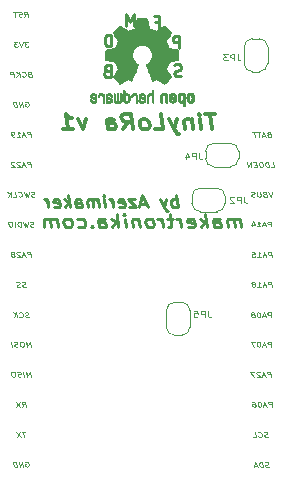
<source format=gbo>
G04 #@! TF.GenerationSoftware,KiCad,Pcbnew,(5.0.1-3-g963ef8bb5)*
G04 #@! TF.CreationDate,2019-02-28T22:02:17+01:00*
G04 #@! TF.ProjectId,TLM-breakout-v1,544C4D2D627265616B6F75742D76312E,1.0*
G04 #@! TF.SameCoordinates,Original*
G04 #@! TF.FileFunction,Legend,Bot*
G04 #@! TF.FilePolarity,Positive*
%FSLAX46Y46*%
G04 Gerber Fmt 4.6, Leading zero omitted, Abs format (unit mm)*
G04 Created by KiCad (PCBNEW (5.0.1-3-g963ef8bb5)) date 2019 February 28, Thursday 22:02:17*
%MOMM*%
%LPD*%
G01*
G04 APERTURE LIST*
%ADD10C,0.100000*%
%ADD11C,0.250000*%
%ADD12C,0.275000*%
%ADD13C,0.300000*%
%ADD14C,0.120000*%
%ADD15C,0.010000*%
G04 APERTURE END LIST*
D10*
X126047053Y-76380952D02*
X126189910Y-76190476D01*
X126332767Y-76380952D02*
X126282767Y-75980952D01*
X126092291Y-75980952D01*
X126047053Y-76000000D01*
X126025625Y-76019047D01*
X126006577Y-76057142D01*
X126013720Y-76114285D01*
X126042291Y-76152380D01*
X126068482Y-76171428D01*
X126118482Y-76190476D01*
X126308958Y-76190476D01*
X125854196Y-76361904D02*
X125785148Y-76380952D01*
X125666101Y-76380952D01*
X125616101Y-76361904D01*
X125589910Y-76342857D01*
X125561339Y-76304761D01*
X125556577Y-76266666D01*
X125575625Y-76228571D01*
X125597053Y-76209523D01*
X125642291Y-76190476D01*
X125735148Y-76171428D01*
X125780386Y-76152380D01*
X125801815Y-76133333D01*
X125820863Y-76095238D01*
X125816101Y-76057142D01*
X125787529Y-76019047D01*
X125761339Y-76000000D01*
X125711339Y-75980952D01*
X125592291Y-75980952D01*
X125523244Y-76000000D01*
X125378005Y-75980952D02*
X125092291Y-75980952D01*
X125285148Y-76380952D02*
X125235148Y-75980952D01*
X126342291Y-78520952D02*
X126032767Y-78520952D01*
X126218482Y-78673333D01*
X126147053Y-78673333D01*
X126101815Y-78692380D01*
X126080386Y-78711428D01*
X126061339Y-78749523D01*
X126073244Y-78844761D01*
X126101815Y-78882857D01*
X126128005Y-78901904D01*
X126178005Y-78920952D01*
X126320863Y-78920952D01*
X126366101Y-78901904D01*
X126387529Y-78882857D01*
X125889910Y-78520952D02*
X125773244Y-78920952D01*
X125556577Y-78520952D01*
X125437529Y-78520952D02*
X125128005Y-78520952D01*
X125313720Y-78673333D01*
X125242291Y-78673333D01*
X125197053Y-78692380D01*
X125175625Y-78711428D01*
X125156577Y-78749523D01*
X125168482Y-78844761D01*
X125197053Y-78882857D01*
X125223244Y-78901904D01*
X125273244Y-78920952D01*
X125416101Y-78920952D01*
X125461339Y-78901904D01*
X125482767Y-78882857D01*
X126461339Y-81251428D02*
X126392291Y-81270476D01*
X126370863Y-81289523D01*
X126351815Y-81327619D01*
X126358958Y-81384761D01*
X126387529Y-81422857D01*
X126413720Y-81441904D01*
X126463720Y-81460952D01*
X126654196Y-81460952D01*
X126604196Y-81060952D01*
X126437529Y-81060952D01*
X126392291Y-81080000D01*
X126370863Y-81099047D01*
X126351815Y-81137142D01*
X126356577Y-81175238D01*
X126385148Y-81213333D01*
X126411339Y-81232380D01*
X126461339Y-81251428D01*
X126628005Y-81251428D01*
X125863720Y-81422857D02*
X125889910Y-81441904D01*
X125963720Y-81460952D01*
X126011339Y-81460952D01*
X126080386Y-81441904D01*
X126123244Y-81403809D01*
X126142291Y-81365714D01*
X126156577Y-81289523D01*
X126149434Y-81232380D01*
X126116101Y-81156190D01*
X126087529Y-81118095D01*
X126035148Y-81080000D01*
X125961339Y-81060952D01*
X125913720Y-81060952D01*
X125844672Y-81080000D01*
X125823244Y-81099047D01*
X125654196Y-81460952D02*
X125604196Y-81060952D01*
X125368482Y-81460952D02*
X125554196Y-81232380D01*
X125318482Y-81060952D02*
X125632767Y-81289523D01*
X125154196Y-81460952D02*
X125104196Y-81060952D01*
X124913720Y-81060952D01*
X124868482Y-81080000D01*
X124847053Y-81099047D01*
X124828005Y-81137142D01*
X124835148Y-81194285D01*
X124863720Y-81232380D01*
X124889910Y-81251428D01*
X124939910Y-81270476D01*
X125130386Y-81270476D01*
X126106577Y-83620000D02*
X126151815Y-83600952D01*
X126223244Y-83600952D01*
X126297053Y-83620000D01*
X126349434Y-83658095D01*
X126378005Y-83696190D01*
X126411339Y-83772380D01*
X126418482Y-83829523D01*
X126404196Y-83905714D01*
X126385148Y-83943809D01*
X126342291Y-83981904D01*
X126273244Y-84000952D01*
X126225625Y-84000952D01*
X126151815Y-83981904D01*
X126125625Y-83962857D01*
X126108958Y-83829523D01*
X126204196Y-83829523D01*
X125916101Y-84000952D02*
X125866101Y-83600952D01*
X125630386Y-84000952D01*
X125580386Y-83600952D01*
X125392291Y-84000952D02*
X125342291Y-83600952D01*
X125223244Y-83600952D01*
X125154196Y-83620000D01*
X125111339Y-83658095D01*
X125092291Y-83696190D01*
X125078005Y-83772380D01*
X125085148Y-83829523D01*
X125118482Y-83905714D01*
X125147053Y-83943809D01*
X125199434Y-83981904D01*
X125273244Y-84000952D01*
X125392291Y-84000952D01*
X126594672Y-86540952D02*
X126544672Y-86140952D01*
X126354196Y-86140952D01*
X126308958Y-86160000D01*
X126287529Y-86179047D01*
X126268482Y-86217142D01*
X126275625Y-86274285D01*
X126304196Y-86312380D01*
X126330386Y-86331428D01*
X126380386Y-86350476D01*
X126570863Y-86350476D01*
X126104196Y-86426666D02*
X125866101Y-86426666D01*
X126166101Y-86540952D02*
X125949434Y-86140952D01*
X125832767Y-86540952D01*
X125404196Y-86540952D02*
X125689910Y-86540952D01*
X125547053Y-86540952D02*
X125497053Y-86140952D01*
X125551815Y-86198095D01*
X125604196Y-86236190D01*
X125654196Y-86255238D01*
X125166101Y-86540952D02*
X125070863Y-86540952D01*
X125020863Y-86521904D01*
X124994672Y-86502857D01*
X124939910Y-86445714D01*
X124906577Y-86369523D01*
X124887529Y-86217142D01*
X124906577Y-86179047D01*
X124928005Y-86160000D01*
X124973244Y-86140952D01*
X125068482Y-86140952D01*
X125118482Y-86160000D01*
X125144672Y-86179047D01*
X125173244Y-86217142D01*
X125185148Y-86312380D01*
X125166101Y-86350476D01*
X125144672Y-86369523D01*
X125099434Y-86388571D01*
X125004196Y-86388571D01*
X124954196Y-86369523D01*
X124928005Y-86350476D01*
X124899434Y-86312380D01*
X126594672Y-89080952D02*
X126544672Y-88680952D01*
X126354196Y-88680952D01*
X126308958Y-88700000D01*
X126287529Y-88719047D01*
X126268482Y-88757142D01*
X126275625Y-88814285D01*
X126304196Y-88852380D01*
X126330386Y-88871428D01*
X126380386Y-88890476D01*
X126570863Y-88890476D01*
X126104196Y-88966666D02*
X125866101Y-88966666D01*
X126166101Y-89080952D02*
X125949434Y-88680952D01*
X125832767Y-89080952D01*
X125644672Y-88719047D02*
X125618482Y-88700000D01*
X125568482Y-88680952D01*
X125449434Y-88680952D01*
X125404196Y-88700000D01*
X125382767Y-88719047D01*
X125363720Y-88757142D01*
X125368482Y-88795238D01*
X125399434Y-88852380D01*
X125713720Y-89080952D01*
X125404196Y-89080952D01*
X125168482Y-88719047D02*
X125142291Y-88700000D01*
X125092291Y-88680952D01*
X124973244Y-88680952D01*
X124928005Y-88700000D01*
X124906577Y-88719047D01*
X124887529Y-88757142D01*
X124892291Y-88795238D01*
X124923244Y-88852380D01*
X125237529Y-89080952D01*
X124928005Y-89080952D01*
X126901815Y-91601904D02*
X126832767Y-91620952D01*
X126713720Y-91620952D01*
X126663720Y-91601904D01*
X126637529Y-91582857D01*
X126608958Y-91544761D01*
X126604196Y-91506666D01*
X126623244Y-91468571D01*
X126644672Y-91449523D01*
X126689910Y-91430476D01*
X126782767Y-91411428D01*
X126828005Y-91392380D01*
X126849434Y-91373333D01*
X126868482Y-91335238D01*
X126863720Y-91297142D01*
X126835148Y-91259047D01*
X126808958Y-91240000D01*
X126758958Y-91220952D01*
X126639910Y-91220952D01*
X126570863Y-91240000D01*
X126401815Y-91220952D02*
X126332767Y-91620952D01*
X126201815Y-91335238D01*
X126142291Y-91620952D01*
X125973244Y-91220952D01*
X125542291Y-91582857D02*
X125568482Y-91601904D01*
X125642291Y-91620952D01*
X125689910Y-91620952D01*
X125758958Y-91601904D01*
X125801815Y-91563809D01*
X125820863Y-91525714D01*
X125835148Y-91449523D01*
X125828005Y-91392380D01*
X125794672Y-91316190D01*
X125766101Y-91278095D01*
X125713720Y-91240000D01*
X125639910Y-91220952D01*
X125592291Y-91220952D01*
X125523244Y-91240000D01*
X125501815Y-91259047D01*
X125094672Y-91620952D02*
X125332767Y-91620952D01*
X125282767Y-91220952D01*
X124928005Y-91620952D02*
X124878005Y-91220952D01*
X124642291Y-91620952D02*
X124828005Y-91392380D01*
X124592291Y-91220952D02*
X124906577Y-91449523D01*
X126830386Y-94141904D02*
X126761339Y-94160952D01*
X126642291Y-94160952D01*
X126592291Y-94141904D01*
X126566101Y-94122857D01*
X126537529Y-94084761D01*
X126532767Y-94046666D01*
X126551815Y-94008571D01*
X126573244Y-93989523D01*
X126618482Y-93970476D01*
X126711339Y-93951428D01*
X126756577Y-93932380D01*
X126778005Y-93913333D01*
X126797053Y-93875238D01*
X126792291Y-93837142D01*
X126763720Y-93799047D01*
X126737529Y-93780000D01*
X126687529Y-93760952D01*
X126568482Y-93760952D01*
X126499434Y-93780000D01*
X126330386Y-93760952D02*
X126261339Y-94160952D01*
X126130386Y-93875238D01*
X126070863Y-94160952D01*
X125901815Y-93760952D01*
X125761339Y-94160952D02*
X125711339Y-93760952D01*
X125592291Y-93760952D01*
X125523244Y-93780000D01*
X125480386Y-93818095D01*
X125461339Y-93856190D01*
X125447053Y-93932380D01*
X125454196Y-93989523D01*
X125487529Y-94065714D01*
X125516101Y-94103809D01*
X125568482Y-94141904D01*
X125642291Y-94160952D01*
X125761339Y-94160952D01*
X125261339Y-94160952D02*
X125211339Y-93760952D01*
X124878005Y-93760952D02*
X124782767Y-93760952D01*
X124737529Y-93780000D01*
X124694672Y-93818095D01*
X124680386Y-93894285D01*
X124697053Y-94027619D01*
X124730386Y-94103809D01*
X124782767Y-94141904D01*
X124832767Y-94160952D01*
X124928005Y-94160952D01*
X124973244Y-94141904D01*
X125016101Y-94103809D01*
X125030386Y-94027619D01*
X125013720Y-93894285D01*
X124980386Y-93818095D01*
X124928005Y-93780000D01*
X124878005Y-93760952D01*
X126594672Y-96700952D02*
X126544672Y-96300952D01*
X126354196Y-96300952D01*
X126308958Y-96320000D01*
X126287529Y-96339047D01*
X126268482Y-96377142D01*
X126275625Y-96434285D01*
X126304196Y-96472380D01*
X126330386Y-96491428D01*
X126380386Y-96510476D01*
X126570863Y-96510476D01*
X126104196Y-96586666D02*
X125866101Y-96586666D01*
X126166101Y-96700952D02*
X125949434Y-96300952D01*
X125832767Y-96700952D01*
X125644672Y-96339047D02*
X125618482Y-96320000D01*
X125568482Y-96300952D01*
X125449434Y-96300952D01*
X125404196Y-96320000D01*
X125382767Y-96339047D01*
X125363720Y-96377142D01*
X125368482Y-96415238D01*
X125399434Y-96472380D01*
X125713720Y-96700952D01*
X125404196Y-96700952D01*
X125089910Y-96472380D02*
X125135148Y-96453333D01*
X125156577Y-96434285D01*
X125175625Y-96396190D01*
X125173244Y-96377142D01*
X125144672Y-96339047D01*
X125118482Y-96320000D01*
X125068482Y-96300952D01*
X124973244Y-96300952D01*
X124928005Y-96320000D01*
X124906577Y-96339047D01*
X124887529Y-96377142D01*
X124889910Y-96396190D01*
X124918482Y-96434285D01*
X124944672Y-96453333D01*
X124994672Y-96472380D01*
X125089910Y-96472380D01*
X125139910Y-96491428D01*
X125166101Y-96510476D01*
X125194672Y-96548571D01*
X125204196Y-96624761D01*
X125185148Y-96662857D01*
X125163720Y-96681904D01*
X125118482Y-96700952D01*
X125023244Y-96700952D01*
X124973244Y-96681904D01*
X124947053Y-96662857D01*
X124918482Y-96624761D01*
X124908958Y-96548571D01*
X124928005Y-96510476D01*
X124949434Y-96491428D01*
X124994672Y-96472380D01*
X126151815Y-99241901D02*
X126082767Y-99260949D01*
X125963720Y-99260949D01*
X125913720Y-99241901D01*
X125887529Y-99222854D01*
X125858958Y-99184758D01*
X125854196Y-99146663D01*
X125873244Y-99108568D01*
X125894672Y-99089520D01*
X125939910Y-99070473D01*
X126032767Y-99051425D01*
X126078005Y-99032377D01*
X126099434Y-99013330D01*
X126118482Y-98975235D01*
X126113720Y-98937139D01*
X126085148Y-98899044D01*
X126058958Y-98879997D01*
X126008958Y-98860949D01*
X125889910Y-98860949D01*
X125820863Y-98879997D01*
X125675625Y-99241901D02*
X125606577Y-99260949D01*
X125487529Y-99260949D01*
X125437529Y-99241901D01*
X125411339Y-99222854D01*
X125382767Y-99184758D01*
X125378005Y-99146663D01*
X125397053Y-99108568D01*
X125418482Y-99089520D01*
X125463720Y-99070473D01*
X125556577Y-99051425D01*
X125601815Y-99032377D01*
X125623244Y-99013330D01*
X125642291Y-98975235D01*
X125637529Y-98937139D01*
X125608958Y-98899044D01*
X125582767Y-98879997D01*
X125532767Y-98860949D01*
X125413720Y-98860949D01*
X125344672Y-98879997D01*
X126413720Y-101805234D02*
X126344672Y-101824282D01*
X126225625Y-101824282D01*
X126175625Y-101805234D01*
X126149434Y-101786187D01*
X126120863Y-101748091D01*
X126116101Y-101709996D01*
X126135148Y-101671901D01*
X126156577Y-101652853D01*
X126201815Y-101633806D01*
X126294672Y-101614758D01*
X126339910Y-101595710D01*
X126361339Y-101576663D01*
X126380386Y-101538568D01*
X126375625Y-101500472D01*
X126347053Y-101462377D01*
X126320863Y-101443330D01*
X126270863Y-101424282D01*
X126151815Y-101424282D01*
X126082767Y-101443330D01*
X125625625Y-101786187D02*
X125651815Y-101805234D01*
X125725625Y-101824282D01*
X125773244Y-101824282D01*
X125842291Y-101805234D01*
X125885148Y-101767139D01*
X125904196Y-101729044D01*
X125918482Y-101652853D01*
X125911339Y-101595710D01*
X125878005Y-101519520D01*
X125849434Y-101481425D01*
X125797053Y-101443330D01*
X125723244Y-101424282D01*
X125675625Y-101424282D01*
X125606577Y-101443330D01*
X125585148Y-101462377D01*
X125416101Y-101824282D02*
X125366101Y-101424282D01*
X125130386Y-101824282D02*
X125316101Y-101595710D01*
X125080386Y-101424282D02*
X125394672Y-101652853D01*
X126558958Y-104320952D02*
X126508958Y-103920952D01*
X126378005Y-104206666D01*
X126175625Y-103920952D01*
X126225625Y-104320952D01*
X125842291Y-103920952D02*
X125747053Y-103920952D01*
X125701815Y-103940000D01*
X125658958Y-103978095D01*
X125644672Y-104054285D01*
X125661339Y-104187619D01*
X125694672Y-104263809D01*
X125747053Y-104301904D01*
X125797053Y-104320952D01*
X125892291Y-104320952D01*
X125937529Y-104301904D01*
X125980386Y-104263809D01*
X125994672Y-104187619D01*
X125978005Y-104054285D01*
X125944672Y-103978095D01*
X125892291Y-103940000D01*
X125842291Y-103920952D01*
X125485148Y-104301904D02*
X125416101Y-104320952D01*
X125297053Y-104320952D01*
X125247053Y-104301904D01*
X125220863Y-104282857D01*
X125192291Y-104244761D01*
X125187529Y-104206666D01*
X125206577Y-104168571D01*
X125228005Y-104149523D01*
X125273244Y-104130476D01*
X125366101Y-104111428D01*
X125411339Y-104092380D01*
X125432767Y-104073333D01*
X125451815Y-104035238D01*
X125447053Y-103997142D01*
X125418482Y-103959047D01*
X125392291Y-103940000D01*
X125342291Y-103920952D01*
X125223244Y-103920952D01*
X125154196Y-103940000D01*
X124987529Y-104320952D02*
X124937529Y-103920952D01*
X126558958Y-106860952D02*
X126508958Y-106460952D01*
X126378005Y-106746666D01*
X126175625Y-106460952D01*
X126225625Y-106860952D01*
X125987529Y-106860952D02*
X125937529Y-106460952D01*
X125770863Y-106841904D02*
X125701815Y-106860952D01*
X125582767Y-106860952D01*
X125532767Y-106841904D01*
X125506577Y-106822857D01*
X125478005Y-106784761D01*
X125473244Y-106746666D01*
X125492291Y-106708571D01*
X125513720Y-106689523D01*
X125558958Y-106670476D01*
X125651815Y-106651428D01*
X125697053Y-106632380D01*
X125718482Y-106613333D01*
X125737529Y-106575238D01*
X125732767Y-106537142D01*
X125704196Y-106499047D01*
X125678005Y-106480000D01*
X125628005Y-106460952D01*
X125508958Y-106460952D01*
X125439910Y-106480000D01*
X125128005Y-106460952D02*
X125032767Y-106460952D01*
X124987529Y-106480000D01*
X124944672Y-106518095D01*
X124930386Y-106594285D01*
X124947053Y-106727619D01*
X124980386Y-106803809D01*
X125032767Y-106841904D01*
X125082767Y-106860952D01*
X125178005Y-106860952D01*
X125223244Y-106841904D01*
X125266101Y-106803809D01*
X125280386Y-106727619D01*
X125263720Y-106594285D01*
X125230386Y-106518095D01*
X125178005Y-106480000D01*
X125128005Y-106460952D01*
X125856577Y-109400952D02*
X125999434Y-109210476D01*
X126142291Y-109400952D02*
X126092291Y-109000952D01*
X125901815Y-109000952D01*
X125856577Y-109020000D01*
X125835148Y-109039047D01*
X125816101Y-109077142D01*
X125823244Y-109134285D01*
X125851815Y-109172380D01*
X125878005Y-109191428D01*
X125928005Y-109210476D01*
X126118482Y-109210476D01*
X125639910Y-109000952D02*
X125356577Y-109400952D01*
X125306577Y-109000952D02*
X125689910Y-109400952D01*
X126104196Y-111540952D02*
X125818482Y-111540952D01*
X126011339Y-111940952D02*
X125961339Y-111540952D01*
X125699434Y-111540952D02*
X125416101Y-111940952D01*
X125366101Y-111540952D02*
X125749434Y-111940952D01*
X126106577Y-114100000D02*
X126151815Y-114080952D01*
X126223244Y-114080952D01*
X126297053Y-114100000D01*
X126349434Y-114138095D01*
X126378005Y-114176190D01*
X126411339Y-114252380D01*
X126418482Y-114309523D01*
X126404196Y-114385714D01*
X126385148Y-114423809D01*
X126342291Y-114461904D01*
X126273244Y-114480952D01*
X126225625Y-114480952D01*
X126151815Y-114461904D01*
X126125625Y-114442857D01*
X126108958Y-114309523D01*
X126204196Y-114309523D01*
X125916101Y-114480952D02*
X125866101Y-114080952D01*
X125630386Y-114480952D01*
X125580386Y-114080952D01*
X125392291Y-114480952D02*
X125342291Y-114080952D01*
X125223244Y-114080952D01*
X125154196Y-114100000D01*
X125111339Y-114138095D01*
X125092291Y-114176190D01*
X125078005Y-114252380D01*
X125085148Y-114309523D01*
X125118482Y-114385714D01*
X125147053Y-114423809D01*
X125199434Y-114461904D01*
X125273244Y-114480952D01*
X125392291Y-114480952D01*
X146726577Y-86361428D02*
X146657529Y-86380476D01*
X146636101Y-86399523D01*
X146617053Y-86437619D01*
X146624196Y-86494761D01*
X146652767Y-86532857D01*
X146678958Y-86551904D01*
X146728958Y-86570952D01*
X146919434Y-86570952D01*
X146869434Y-86170952D01*
X146702767Y-86170952D01*
X146657529Y-86190000D01*
X146636101Y-86209047D01*
X146617053Y-86247142D01*
X146621815Y-86285238D01*
X146650386Y-86323333D01*
X146676577Y-86342380D01*
X146726577Y-86361428D01*
X146893244Y-86361428D01*
X146428958Y-86456666D02*
X146190863Y-86456666D01*
X146490863Y-86570952D02*
X146274196Y-86170952D01*
X146157529Y-86570952D01*
X146012291Y-86170952D02*
X145726577Y-86170952D01*
X145919434Y-86570952D02*
X145869434Y-86170952D01*
X145631339Y-86170952D02*
X145345625Y-86170952D01*
X145538482Y-86570952D02*
X145488482Y-86170952D01*
X146908482Y-89120952D02*
X147146577Y-89120952D01*
X147096577Y-88720952D01*
X146741815Y-89120952D02*
X146691815Y-88720952D01*
X146572767Y-88720952D01*
X146503720Y-88740000D01*
X146460863Y-88778095D01*
X146441815Y-88816190D01*
X146427529Y-88892380D01*
X146434672Y-88949523D01*
X146468005Y-89025714D01*
X146496577Y-89063809D01*
X146548958Y-89101904D01*
X146622767Y-89120952D01*
X146741815Y-89120952D01*
X146096577Y-88720952D02*
X146001339Y-88720952D01*
X145956101Y-88740000D01*
X145913244Y-88778095D01*
X145898958Y-88854285D01*
X145915625Y-88987619D01*
X145948958Y-89063809D01*
X146001339Y-89101904D01*
X146051339Y-89120952D01*
X146146577Y-89120952D01*
X146191815Y-89101904D01*
X146234672Y-89063809D01*
X146248958Y-88987619D01*
X146232291Y-88854285D01*
X146198958Y-88778095D01*
X146146577Y-88740000D01*
X146096577Y-88720952D01*
X145691815Y-88911428D02*
X145525148Y-88911428D01*
X145479910Y-89120952D02*
X145718005Y-89120952D01*
X145668005Y-88720952D01*
X145429910Y-88720952D01*
X145265625Y-89120952D02*
X145215625Y-88720952D01*
X144979910Y-89120952D01*
X144929910Y-88720952D01*
X147009910Y-91230952D02*
X146893244Y-91630952D01*
X146676577Y-91230952D01*
X146367053Y-91421428D02*
X146298005Y-91440476D01*
X146276577Y-91459523D01*
X146257529Y-91497619D01*
X146264672Y-91554761D01*
X146293244Y-91592857D01*
X146319434Y-91611904D01*
X146369434Y-91630952D01*
X146559910Y-91630952D01*
X146509910Y-91230952D01*
X146343244Y-91230952D01*
X146298005Y-91250000D01*
X146276577Y-91269047D01*
X146257529Y-91307142D01*
X146262291Y-91345238D01*
X146290863Y-91383333D01*
X146317053Y-91402380D01*
X146367053Y-91421428D01*
X146533720Y-91421428D01*
X146009910Y-91230952D02*
X146050386Y-91554761D01*
X146031339Y-91592857D01*
X146009910Y-91611904D01*
X145964672Y-91630952D01*
X145869434Y-91630952D01*
X145819434Y-91611904D01*
X145793244Y-91592857D01*
X145764672Y-91554761D01*
X145724196Y-91230952D01*
X145557529Y-91611904D02*
X145488482Y-91630952D01*
X145369434Y-91630952D01*
X145319434Y-91611904D01*
X145293244Y-91592857D01*
X145264672Y-91554761D01*
X145259910Y-91516666D01*
X145278958Y-91478571D01*
X145300386Y-91459523D01*
X145345625Y-91440476D01*
X145438482Y-91421428D01*
X145483720Y-91402380D01*
X145505148Y-91383333D01*
X145524196Y-91345238D01*
X145519434Y-91307142D01*
X145490863Y-91269047D01*
X145464672Y-91250000D01*
X145414672Y-91230952D01*
X145295625Y-91230952D01*
X145226577Y-91250000D01*
X146934672Y-94150952D02*
X146884672Y-93750952D01*
X146694196Y-93750952D01*
X146648958Y-93770000D01*
X146627529Y-93789047D01*
X146608482Y-93827142D01*
X146615625Y-93884285D01*
X146644196Y-93922380D01*
X146670386Y-93941428D01*
X146720386Y-93960476D01*
X146910863Y-93960476D01*
X146444196Y-94036666D02*
X146206101Y-94036666D01*
X146506101Y-94150952D02*
X146289434Y-93750952D01*
X146172767Y-94150952D01*
X145744196Y-94150952D02*
X146029910Y-94150952D01*
X145887053Y-94150952D02*
X145837053Y-93750952D01*
X145891815Y-93808095D01*
X145944196Y-93846190D01*
X145994196Y-93865238D01*
X145282291Y-93884285D02*
X145315625Y-94150952D01*
X145382291Y-93731904D02*
X145537053Y-94017619D01*
X145227529Y-94017619D01*
X146964672Y-96720952D02*
X146914672Y-96320952D01*
X146724196Y-96320952D01*
X146678958Y-96340000D01*
X146657529Y-96359047D01*
X146638482Y-96397142D01*
X146645625Y-96454285D01*
X146674196Y-96492380D01*
X146700386Y-96511428D01*
X146750386Y-96530476D01*
X146940863Y-96530476D01*
X146474196Y-96606666D02*
X146236101Y-96606666D01*
X146536101Y-96720952D02*
X146319434Y-96320952D01*
X146202767Y-96720952D01*
X145774196Y-96720952D02*
X146059910Y-96720952D01*
X145917053Y-96720952D02*
X145867053Y-96320952D01*
X145921815Y-96378095D01*
X145974196Y-96416190D01*
X146024196Y-96435238D01*
X145271815Y-96320952D02*
X145509910Y-96320952D01*
X145557529Y-96511428D01*
X145531339Y-96492380D01*
X145481339Y-96473333D01*
X145362291Y-96473333D01*
X145317053Y-96492380D01*
X145295625Y-96511428D01*
X145276577Y-96549523D01*
X145288482Y-96644761D01*
X145317053Y-96682857D01*
X145343244Y-96701904D01*
X145393244Y-96720952D01*
X145512291Y-96720952D01*
X145557529Y-96701904D01*
X145578958Y-96682857D01*
X146964672Y-99240952D02*
X146914672Y-98840952D01*
X146724196Y-98840952D01*
X146678958Y-98860000D01*
X146657529Y-98879047D01*
X146638482Y-98917142D01*
X146645625Y-98974285D01*
X146674196Y-99012380D01*
X146700386Y-99031428D01*
X146750386Y-99050476D01*
X146940863Y-99050476D01*
X146474196Y-99126666D02*
X146236101Y-99126666D01*
X146536101Y-99240952D02*
X146319434Y-98840952D01*
X146202767Y-99240952D01*
X145774196Y-99240952D02*
X146059910Y-99240952D01*
X145917053Y-99240952D02*
X145867053Y-98840952D01*
X145921815Y-98898095D01*
X145974196Y-98936190D01*
X146024196Y-98955238D01*
X145459910Y-99012380D02*
X145505148Y-98993333D01*
X145526577Y-98974285D01*
X145545625Y-98936190D01*
X145543244Y-98917142D01*
X145514672Y-98879047D01*
X145488482Y-98860000D01*
X145438482Y-98840952D01*
X145343244Y-98840952D01*
X145298005Y-98860000D01*
X145276577Y-98879047D01*
X145257529Y-98917142D01*
X145259910Y-98936190D01*
X145288482Y-98974285D01*
X145314672Y-98993333D01*
X145364672Y-99012380D01*
X145459910Y-99012380D01*
X145509910Y-99031428D01*
X145536101Y-99050476D01*
X145564672Y-99088571D01*
X145574196Y-99164761D01*
X145555148Y-99202857D01*
X145533720Y-99221904D01*
X145488482Y-99240952D01*
X145393244Y-99240952D01*
X145343244Y-99221904D01*
X145317053Y-99202857D01*
X145288482Y-99164761D01*
X145278958Y-99088571D01*
X145298005Y-99050476D01*
X145319434Y-99031428D01*
X145364672Y-99012380D01*
X146934672Y-101830952D02*
X146884672Y-101430952D01*
X146694196Y-101430952D01*
X146648958Y-101450000D01*
X146627529Y-101469047D01*
X146608482Y-101507142D01*
X146615625Y-101564285D01*
X146644196Y-101602380D01*
X146670386Y-101621428D01*
X146720386Y-101640476D01*
X146910863Y-101640476D01*
X146444196Y-101716666D02*
X146206101Y-101716666D01*
X146506101Y-101830952D02*
X146289434Y-101430952D01*
X146172767Y-101830952D01*
X145860863Y-101430952D02*
X145813244Y-101430952D01*
X145768005Y-101450000D01*
X145746577Y-101469047D01*
X145727529Y-101507142D01*
X145713244Y-101583333D01*
X145725148Y-101678571D01*
X145758482Y-101754761D01*
X145787053Y-101792857D01*
X145813244Y-101811904D01*
X145863244Y-101830952D01*
X145910863Y-101830952D01*
X145956101Y-101811904D01*
X145977529Y-101792857D01*
X145996577Y-101754761D01*
X146010863Y-101678571D01*
X145998958Y-101583333D01*
X145965625Y-101507142D01*
X145937053Y-101469047D01*
X145910863Y-101450000D01*
X145860863Y-101430952D01*
X145429910Y-101602380D02*
X145475148Y-101583333D01*
X145496577Y-101564285D01*
X145515625Y-101526190D01*
X145513244Y-101507142D01*
X145484672Y-101469047D01*
X145458482Y-101450000D01*
X145408482Y-101430952D01*
X145313244Y-101430952D01*
X145268005Y-101450000D01*
X145246577Y-101469047D01*
X145227529Y-101507142D01*
X145229910Y-101526190D01*
X145258482Y-101564285D01*
X145284672Y-101583333D01*
X145334672Y-101602380D01*
X145429910Y-101602380D01*
X145479910Y-101621428D01*
X145506101Y-101640476D01*
X145534672Y-101678571D01*
X145544196Y-101754761D01*
X145525148Y-101792857D01*
X145503720Y-101811904D01*
X145458482Y-101830952D01*
X145363244Y-101830952D01*
X145313244Y-101811904D01*
X145287053Y-101792857D01*
X145258482Y-101754761D01*
X145248958Y-101678571D01*
X145268005Y-101640476D01*
X145289434Y-101621428D01*
X145334672Y-101602380D01*
X146944672Y-104320952D02*
X146894672Y-103920952D01*
X146704196Y-103920952D01*
X146658958Y-103940000D01*
X146637529Y-103959047D01*
X146618482Y-103997142D01*
X146625625Y-104054285D01*
X146654196Y-104092380D01*
X146680386Y-104111428D01*
X146730386Y-104130476D01*
X146920863Y-104130476D01*
X146454196Y-104206666D02*
X146216101Y-104206666D01*
X146516101Y-104320952D02*
X146299434Y-103920952D01*
X146182767Y-104320952D01*
X145870863Y-103920952D02*
X145823244Y-103920952D01*
X145778005Y-103940000D01*
X145756577Y-103959047D01*
X145737529Y-103997142D01*
X145723244Y-104073333D01*
X145735148Y-104168571D01*
X145768482Y-104244761D01*
X145797053Y-104282857D01*
X145823244Y-104301904D01*
X145873244Y-104320952D01*
X145920863Y-104320952D01*
X145966101Y-104301904D01*
X145987529Y-104282857D01*
X146006577Y-104244761D01*
X146020863Y-104168571D01*
X146008958Y-104073333D01*
X145975625Y-103997142D01*
X145947053Y-103959047D01*
X145920863Y-103940000D01*
X145870863Y-103920952D01*
X145537529Y-103920952D02*
X145204196Y-103920952D01*
X145468482Y-104320952D01*
X146914672Y-106860952D02*
X146864672Y-106460952D01*
X146674196Y-106460952D01*
X146628958Y-106480000D01*
X146607529Y-106499047D01*
X146588482Y-106537142D01*
X146595625Y-106594285D01*
X146624196Y-106632380D01*
X146650386Y-106651428D01*
X146700386Y-106670476D01*
X146890863Y-106670476D01*
X146424196Y-106746666D02*
X146186101Y-106746666D01*
X146486101Y-106860952D02*
X146269434Y-106460952D01*
X146152767Y-106860952D01*
X145964672Y-106499047D02*
X145938482Y-106480000D01*
X145888482Y-106460952D01*
X145769434Y-106460952D01*
X145724196Y-106480000D01*
X145702767Y-106499047D01*
X145683720Y-106537142D01*
X145688482Y-106575238D01*
X145719434Y-106632380D01*
X146033720Y-106860952D01*
X145724196Y-106860952D01*
X145507529Y-106460952D02*
X145174196Y-106460952D01*
X145438482Y-106860952D01*
X147014672Y-109410952D02*
X146964672Y-109010952D01*
X146774196Y-109010952D01*
X146728958Y-109030000D01*
X146707529Y-109049047D01*
X146688482Y-109087142D01*
X146695625Y-109144285D01*
X146724196Y-109182380D01*
X146750386Y-109201428D01*
X146800386Y-109220476D01*
X146990863Y-109220476D01*
X146524196Y-109296666D02*
X146286101Y-109296666D01*
X146586101Y-109410952D02*
X146369434Y-109010952D01*
X146252767Y-109410952D01*
X145940863Y-109010952D02*
X145893244Y-109010952D01*
X145848005Y-109030000D01*
X145826577Y-109049047D01*
X145807529Y-109087142D01*
X145793244Y-109163333D01*
X145805148Y-109258571D01*
X145838482Y-109334761D01*
X145867053Y-109372857D01*
X145893244Y-109391904D01*
X145943244Y-109410952D01*
X145990863Y-109410952D01*
X146036101Y-109391904D01*
X146057529Y-109372857D01*
X146076577Y-109334761D01*
X146090863Y-109258571D01*
X146078958Y-109163333D01*
X146045625Y-109087142D01*
X146017053Y-109049047D01*
X145990863Y-109030000D01*
X145940863Y-109010952D01*
X145345625Y-109010952D02*
X145440863Y-109010952D01*
X145490863Y-109030000D01*
X145517053Y-109049047D01*
X145571815Y-109106190D01*
X145605148Y-109182380D01*
X145624196Y-109334761D01*
X145605148Y-109372857D01*
X145583720Y-109391904D01*
X145538482Y-109410952D01*
X145443244Y-109410952D01*
X145393244Y-109391904D01*
X145367053Y-109372857D01*
X145338482Y-109334761D01*
X145326577Y-109239523D01*
X145345625Y-109201428D01*
X145367053Y-109182380D01*
X145412291Y-109163333D01*
X145507529Y-109163333D01*
X145557529Y-109182380D01*
X145583720Y-109201428D01*
X145612291Y-109239523D01*
X146646101Y-111941904D02*
X146577053Y-111960952D01*
X146458005Y-111960952D01*
X146408005Y-111941904D01*
X146381815Y-111922857D01*
X146353244Y-111884761D01*
X146348482Y-111846666D01*
X146367529Y-111808571D01*
X146388958Y-111789523D01*
X146434196Y-111770476D01*
X146527053Y-111751428D01*
X146572291Y-111732380D01*
X146593720Y-111713333D01*
X146612767Y-111675238D01*
X146608005Y-111637142D01*
X146579434Y-111599047D01*
X146553244Y-111580000D01*
X146503244Y-111560952D01*
X146384196Y-111560952D01*
X146315148Y-111580000D01*
X145858005Y-111922857D02*
X145884196Y-111941904D01*
X145958005Y-111960952D01*
X146005625Y-111960952D01*
X146074672Y-111941904D01*
X146117529Y-111903809D01*
X146136577Y-111865714D01*
X146150863Y-111789523D01*
X146143720Y-111732380D01*
X146110386Y-111656190D01*
X146081815Y-111618095D01*
X146029434Y-111580000D01*
X145955625Y-111560952D01*
X145908005Y-111560952D01*
X145838958Y-111580000D01*
X145817529Y-111599047D01*
X145410386Y-111960952D02*
X145648482Y-111960952D01*
X145598482Y-111560952D01*
X146728005Y-114501904D02*
X146658958Y-114520952D01*
X146539910Y-114520952D01*
X146489910Y-114501904D01*
X146463720Y-114482857D01*
X146435148Y-114444761D01*
X146430386Y-114406666D01*
X146449434Y-114368571D01*
X146470863Y-114349523D01*
X146516101Y-114330476D01*
X146608958Y-114311428D01*
X146654196Y-114292380D01*
X146675625Y-114273333D01*
X146694672Y-114235238D01*
X146689910Y-114197142D01*
X146661339Y-114159047D01*
X146635148Y-114140000D01*
X146585148Y-114120952D01*
X146466101Y-114120952D01*
X146397053Y-114140000D01*
X146230386Y-114520952D02*
X146180386Y-114120952D01*
X146061339Y-114120952D01*
X145992291Y-114140000D01*
X145949434Y-114178095D01*
X145930386Y-114216190D01*
X145916101Y-114292380D01*
X145923244Y-114349523D01*
X145956577Y-114425714D01*
X145985148Y-114463809D01*
X146037529Y-114501904D01*
X146111339Y-114520952D01*
X146230386Y-114520952D01*
X145739910Y-114406666D02*
X145501815Y-114406666D01*
X145801815Y-114520952D02*
X145585148Y-114120952D01*
X145468482Y-114520952D01*
D11*
X139010491Y-92527380D02*
X138885491Y-91527380D01*
X138933110Y-91908333D02*
X138822395Y-91860714D01*
X138612872Y-91860714D01*
X138514062Y-91908333D01*
X138467633Y-91955952D01*
X138427157Y-92051190D01*
X138462872Y-92336904D01*
X138527157Y-92432142D01*
X138585491Y-92479761D01*
X138696205Y-92527380D01*
X138905729Y-92527380D01*
X139004538Y-92479761D01*
X138036681Y-91860714D02*
X137858110Y-92527380D01*
X137512872Y-91860714D02*
X137858110Y-92527380D01*
X137992633Y-92765476D01*
X138050967Y-92813095D01*
X138161681Y-92860714D01*
X136355729Y-92241666D02*
X135831919Y-92241666D01*
X136496205Y-92527380D02*
X136004538Y-91527380D01*
X135762872Y-92527380D01*
X135417633Y-91860714D02*
X134841443Y-91860714D01*
X135500967Y-92527380D01*
X134924776Y-92527380D01*
X134080729Y-92479761D02*
X134191443Y-92527380D01*
X134400967Y-92527380D01*
X134499776Y-92479761D01*
X134540252Y-92384523D01*
X134492633Y-92003571D01*
X134428348Y-91908333D01*
X134317633Y-91860714D01*
X134108110Y-91860714D01*
X134009300Y-91908333D01*
X133968824Y-92003571D01*
X133980729Y-92098809D01*
X134516443Y-92194047D01*
X133562872Y-92527380D02*
X133479538Y-91860714D01*
X133503348Y-92051190D02*
X133439062Y-91955952D01*
X133380729Y-91908333D01*
X133270014Y-91860714D01*
X133165252Y-91860714D01*
X132881919Y-92527380D02*
X132798586Y-91860714D01*
X132756919Y-91527380D02*
X132815252Y-91575000D01*
X132768824Y-91622619D01*
X132710491Y-91575000D01*
X132756919Y-91527380D01*
X132768824Y-91622619D01*
X132358110Y-92527380D02*
X132274776Y-91860714D01*
X132286681Y-91955952D02*
X132228348Y-91908333D01*
X132117633Y-91860714D01*
X131960491Y-91860714D01*
X131861681Y-91908333D01*
X131821205Y-92003571D01*
X131886681Y-92527380D01*
X131821205Y-92003571D02*
X131756919Y-91908333D01*
X131646205Y-91860714D01*
X131489062Y-91860714D01*
X131390252Y-91908333D01*
X131349776Y-92003571D01*
X131415252Y-92527380D01*
X130420014Y-92527380D02*
X130354538Y-92003571D01*
X130395014Y-91908333D01*
X130493824Y-91860714D01*
X130703348Y-91860714D01*
X130814062Y-91908333D01*
X130414062Y-92479761D02*
X130524776Y-92527380D01*
X130786681Y-92527380D01*
X130885491Y-92479761D01*
X130925967Y-92384523D01*
X130914062Y-92289285D01*
X130849776Y-92194047D01*
X130739062Y-92146428D01*
X130477157Y-92146428D01*
X130366443Y-92098809D01*
X129896205Y-92527380D02*
X129771205Y-91527380D01*
X129743824Y-92146428D02*
X129477157Y-92527380D01*
X129393824Y-91860714D02*
X129860491Y-92241666D01*
X128580729Y-92479761D02*
X128691443Y-92527380D01*
X128900967Y-92527380D01*
X128999776Y-92479761D01*
X129040252Y-92384523D01*
X128992633Y-92003571D01*
X128928348Y-91908333D01*
X128817633Y-91860714D01*
X128608110Y-91860714D01*
X128509300Y-91908333D01*
X128468824Y-92003571D01*
X128480729Y-92098809D01*
X129016443Y-92194047D01*
X128062872Y-92527380D02*
X127979538Y-91860714D01*
X128003348Y-92051190D02*
X127939062Y-91955952D01*
X127880729Y-91908333D01*
X127770014Y-91860714D01*
X127665252Y-91860714D01*
D12*
X144395111Y-94217619D02*
X144303444Y-93484285D01*
X144316540Y-93589047D02*
X144248087Y-93536666D01*
X144117730Y-93484285D01*
X143932016Y-93484285D01*
X143814754Y-93536666D01*
X143765944Y-93641428D01*
X143837968Y-94217619D01*
X143765944Y-93641428D02*
X143690944Y-93536666D01*
X143560587Y-93484285D01*
X143374873Y-93484285D01*
X143257611Y-93536666D01*
X143208802Y-93641428D01*
X143280825Y-94217619D01*
X142104635Y-94217619D02*
X142032611Y-93641428D01*
X142081421Y-93536666D01*
X142198683Y-93484285D01*
X142446302Y-93484285D01*
X142576659Y-93536666D01*
X142098087Y-94165238D02*
X142228444Y-94217619D01*
X142537968Y-94217619D01*
X142655230Y-94165238D01*
X142704040Y-94060476D01*
X142690944Y-93955714D01*
X142615944Y-93850952D01*
X142485587Y-93798571D01*
X142176063Y-93798571D01*
X142045706Y-93746190D01*
X141485587Y-94217619D02*
X141348087Y-93117619D01*
X141309397Y-93798571D02*
X140990349Y-94217619D01*
X140898683Y-93484285D02*
X141446302Y-93903333D01*
X139931421Y-94165238D02*
X140061778Y-94217619D01*
X140309397Y-94217619D01*
X140426659Y-94165238D01*
X140475468Y-94060476D01*
X140423087Y-93641428D01*
X140348087Y-93536666D01*
X140217730Y-93484285D01*
X139970111Y-93484285D01*
X139852849Y-93536666D01*
X139804040Y-93641428D01*
X139817135Y-93746190D01*
X140449278Y-93850952D01*
X139318921Y-94217619D02*
X139227254Y-93484285D01*
X139253444Y-93693809D02*
X139178444Y-93589047D01*
X139109992Y-93536666D01*
X138979635Y-93484285D01*
X138855825Y-93484285D01*
X138608206Y-93484285D02*
X138112968Y-93484285D01*
X138376659Y-93117619D02*
X138494516Y-94060476D01*
X138445706Y-94165238D01*
X138328444Y-94217619D01*
X138204635Y-94217619D01*
X137771302Y-94217619D02*
X137679635Y-93484285D01*
X137705825Y-93693809D02*
X137630825Y-93589047D01*
X137562373Y-93536666D01*
X137432016Y-93484285D01*
X137308206Y-93484285D01*
X136780825Y-94217619D02*
X136898087Y-94165238D01*
X136953444Y-94112857D01*
X137002254Y-94008095D01*
X136962968Y-93693809D01*
X136887968Y-93589047D01*
X136819516Y-93536666D01*
X136689159Y-93484285D01*
X136503444Y-93484285D01*
X136386183Y-93536666D01*
X136330825Y-93589047D01*
X136282016Y-93693809D01*
X136321302Y-94008095D01*
X136396302Y-94112857D01*
X136464754Y-94165238D01*
X136595111Y-94217619D01*
X136780825Y-94217619D01*
X135698683Y-93484285D02*
X135790349Y-94217619D01*
X135711778Y-93589047D02*
X135643325Y-93536666D01*
X135512968Y-93484285D01*
X135327254Y-93484285D01*
X135209992Y-93536666D01*
X135161183Y-93641428D01*
X135233206Y-94217619D01*
X134614159Y-94217619D02*
X134522492Y-93484285D01*
X134476659Y-93117619D02*
X134545111Y-93170000D01*
X134489754Y-93222380D01*
X134421302Y-93170000D01*
X134476659Y-93117619D01*
X134489754Y-93222380D01*
X133995111Y-94217619D02*
X133857611Y-93117619D01*
X133818921Y-93798571D02*
X133499873Y-94217619D01*
X133408206Y-93484285D02*
X133955825Y-93903333D01*
X132385587Y-94217619D02*
X132313563Y-93641428D01*
X132362373Y-93536666D01*
X132479635Y-93484285D01*
X132727254Y-93484285D01*
X132857611Y-93536666D01*
X132379040Y-94165238D02*
X132509397Y-94217619D01*
X132818921Y-94217619D01*
X132936183Y-94165238D01*
X132984992Y-94060476D01*
X132971897Y-93955714D01*
X132896897Y-93850952D01*
X132766540Y-93798571D01*
X132457016Y-93798571D01*
X132326659Y-93746190D01*
X131753444Y-94112857D02*
X131698087Y-94165238D01*
X131766540Y-94217619D01*
X131821897Y-94165238D01*
X131753444Y-94112857D01*
X131766540Y-94217619D01*
X130583802Y-94165238D02*
X130714159Y-94217619D01*
X130961778Y-94217619D01*
X131079040Y-94165238D01*
X131134397Y-94112857D01*
X131183206Y-94008095D01*
X131143921Y-93693809D01*
X131068921Y-93589047D01*
X131000468Y-93536666D01*
X130870111Y-93484285D01*
X130622492Y-93484285D01*
X130505230Y-93536666D01*
X129847492Y-94217619D02*
X129964754Y-94165238D01*
X130020111Y-94112857D01*
X130068921Y-94008095D01*
X130029635Y-93693809D01*
X129954635Y-93589047D01*
X129886183Y-93536666D01*
X129755825Y-93484285D01*
X129570111Y-93484285D01*
X129452849Y-93536666D01*
X129397492Y-93589047D01*
X129348683Y-93693809D01*
X129387968Y-94008095D01*
X129462968Y-94112857D01*
X129531421Y-94165238D01*
X129661778Y-94217619D01*
X129847492Y-94217619D01*
X128857016Y-94217619D02*
X128765349Y-93484285D01*
X128778444Y-93589047D02*
X128709992Y-93536666D01*
X128579635Y-93484285D01*
X128393921Y-93484285D01*
X128276659Y-93536666D01*
X128227849Y-93641428D01*
X128299873Y-94217619D01*
X128227849Y-93641428D02*
X128152849Y-93536666D01*
X128022492Y-93484285D01*
X127836778Y-93484285D01*
X127719516Y-93536666D01*
X127670706Y-93641428D01*
X127742730Y-94217619D01*
D11*
X133024571Y-80979971D02*
X132881714Y-81027590D01*
X132834095Y-81075209D01*
X132786476Y-81170447D01*
X132786476Y-81313304D01*
X132834095Y-81408542D01*
X132881714Y-81456161D01*
X132976952Y-81503780D01*
X133357904Y-81503780D01*
X133357904Y-80503780D01*
X133024571Y-80503780D01*
X132929333Y-80551400D01*
X132881714Y-80599019D01*
X132834095Y-80694257D01*
X132834095Y-80789495D01*
X132881714Y-80884733D01*
X132929333Y-80932352D01*
X133024571Y-80979971D01*
X133357904Y-80979971D01*
X133396004Y-78912980D02*
X133396004Y-77912980D01*
X133157909Y-77912980D01*
X133015052Y-77960600D01*
X132919814Y-78055838D01*
X132872195Y-78151076D01*
X132824576Y-78341552D01*
X132824576Y-78484409D01*
X132872195Y-78674885D01*
X132919814Y-78770123D01*
X133015052Y-78865361D01*
X133157909Y-78912980D01*
X133396004Y-78912980D01*
X135334333Y-77147680D02*
X135334333Y-76147680D01*
X135001000Y-76861966D01*
X134667666Y-76147680D01*
X134667666Y-77147680D01*
X137131442Y-76814371D02*
X137464776Y-76814371D01*
X137464776Y-77338180D02*
X137464776Y-76338180D01*
X136988585Y-76338180D01*
X139161804Y-79039980D02*
X139161804Y-78039980D01*
X138780852Y-78039980D01*
X138685614Y-78087600D01*
X138637995Y-78135219D01*
X138590376Y-78230457D01*
X138590376Y-78373314D01*
X138637995Y-78468552D01*
X138685614Y-78516171D01*
X138780852Y-78563790D01*
X139161804Y-78563790D01*
X139312614Y-81392661D02*
X139169757Y-81440280D01*
X138931661Y-81440280D01*
X138836423Y-81392661D01*
X138788804Y-81345042D01*
X138741185Y-81249804D01*
X138741185Y-81154566D01*
X138788804Y-81059328D01*
X138836423Y-81011709D01*
X138931661Y-80964090D01*
X139122138Y-80916471D01*
X139217376Y-80868852D01*
X139264995Y-80821233D01*
X139312614Y-80725995D01*
X139312614Y-80630757D01*
X139264995Y-80535519D01*
X139217376Y-80487900D01*
X139122138Y-80440280D01*
X138884042Y-80440280D01*
X138741185Y-80487900D01*
D13*
X142219154Y-84632095D02*
X141362011Y-84632095D01*
X141953083Y-85932095D02*
X141790583Y-84632095D01*
X141024511Y-85932095D02*
X140916178Y-85065428D01*
X140862011Y-84632095D02*
X140941178Y-84694000D01*
X140877488Y-84755904D01*
X140798321Y-84694000D01*
X140862011Y-84632095D01*
X140877488Y-84755904D01*
X140201892Y-85065428D02*
X140310226Y-85932095D01*
X140217369Y-85189238D02*
X140138202Y-85127333D01*
X139987607Y-85065428D01*
X139773321Y-85065428D01*
X139638202Y-85127333D01*
X139582250Y-85251142D01*
X139667369Y-85932095D01*
X138987607Y-85065428D02*
X138738797Y-85932095D01*
X138273321Y-85065428D02*
X138738797Y-85932095D01*
X138920345Y-86241619D01*
X138999511Y-86303523D01*
X139150107Y-86365428D01*
X137095940Y-85932095D02*
X137810226Y-85932095D01*
X137647726Y-84632095D01*
X136381654Y-85932095D02*
X136516773Y-85870190D01*
X136580464Y-85808285D01*
X136636416Y-85684476D01*
X136589988Y-85313047D01*
X136503083Y-85189238D01*
X136423916Y-85127333D01*
X136273321Y-85065428D01*
X136059035Y-85065428D01*
X135923916Y-85127333D01*
X135860226Y-85189238D01*
X135804273Y-85313047D01*
X135850702Y-85684476D01*
X135937607Y-85808285D01*
X136016773Y-85870190D01*
X136167369Y-85932095D01*
X136381654Y-85932095D01*
X134381654Y-85932095D02*
X134804273Y-85313047D01*
X135238797Y-85932095D02*
X135076297Y-84632095D01*
X134504869Y-84632095D01*
X134369750Y-84694000D01*
X134306059Y-84755904D01*
X134250107Y-84879714D01*
X134273321Y-85065428D01*
X134360226Y-85189238D01*
X134439392Y-85251142D01*
X134589988Y-85313047D01*
X135161416Y-85313047D01*
X133095940Y-85932095D02*
X133010821Y-85251142D01*
X133066773Y-85127333D01*
X133201892Y-85065428D01*
X133487607Y-85065428D01*
X133638202Y-85127333D01*
X133088202Y-85870190D02*
X133238797Y-85932095D01*
X133595940Y-85932095D01*
X133731059Y-85870190D01*
X133787011Y-85746380D01*
X133771535Y-85622571D01*
X133684630Y-85498761D01*
X133534035Y-85436857D01*
X133176892Y-85436857D01*
X133026297Y-85374952D01*
X131273321Y-85065428D02*
X131024511Y-85932095D01*
X130559035Y-85065428D01*
X129310226Y-85932095D02*
X130167369Y-85932095D01*
X129738797Y-85932095D02*
X129576297Y-84632095D01*
X129742369Y-84817809D01*
X129900702Y-84941619D01*
X130051297Y-85003523D01*
D14*
G04 #@! TO.C,JP2*
X140925000Y-92900000D02*
X142325000Y-92900000D01*
X143025000Y-92200000D02*
X143025000Y-91600000D01*
X142325000Y-90900000D02*
X140925000Y-90900000D01*
X140225000Y-91600000D02*
X140225000Y-92200000D01*
X140225000Y-92200000D02*
G75*
G03X140925000Y-92900000I700000J0D01*
G01*
X140925000Y-90900000D02*
G75*
G03X140225000Y-91600000I0J-700000D01*
G01*
X143025000Y-91600000D02*
G75*
G03X142325000Y-90900000I-700000J0D01*
G01*
X142325000Y-92900000D02*
G75*
G03X143025000Y-92200000I0J700000D01*
G01*
G04 #@! TO.C,JP3*
X146640000Y-78950000D02*
G75*
G03X145940000Y-78250000I-700000J0D01*
G01*
X145340000Y-78250000D02*
G75*
G03X144640000Y-78950000I0J-700000D01*
G01*
X144640000Y-80350000D02*
G75*
G03X145340000Y-81050000I700000J0D01*
G01*
X145940000Y-81050000D02*
G75*
G03X146640000Y-80350000I0J700000D01*
G01*
X145340000Y-81050000D02*
X145940000Y-81050000D01*
X144640000Y-78950000D02*
X144640000Y-80350000D01*
X145940000Y-78250000D02*
X145340000Y-78250000D01*
X146640000Y-80350000D02*
X146640000Y-78950000D01*
G04 #@! TO.C,JP4*
X143475000Y-87100000D02*
X142075000Y-87100000D01*
X141375000Y-87800000D02*
X141375000Y-88400000D01*
X142075000Y-89100000D02*
X143475000Y-89100000D01*
X144175000Y-88400000D02*
X144175000Y-87800000D01*
X144175000Y-87800000D02*
G75*
G03X143475000Y-87100000I-700000J0D01*
G01*
X143475000Y-89100000D02*
G75*
G03X144175000Y-88400000I0J700000D01*
G01*
X141375000Y-88400000D02*
G75*
G03X142075000Y-89100000I700000J0D01*
G01*
X142075000Y-87100000D02*
G75*
G03X141375000Y-87800000I0J-700000D01*
G01*
G04 #@! TO.C,JP5*
X140060000Y-101270000D02*
G75*
G03X139360000Y-100570000I-700000J0D01*
G01*
X138760000Y-100570000D02*
G75*
G03X138060000Y-101270000I0J-700000D01*
G01*
X138060000Y-102670000D02*
G75*
G03X138760000Y-103370000I700000J0D01*
G01*
X139360000Y-103370000D02*
G75*
G03X140060000Y-102670000I0J700000D01*
G01*
X138760000Y-103370000D02*
X139360000Y-103370000D01*
X138060000Y-101270000D02*
X138060000Y-102670000D01*
X139360000Y-100570000D02*
X138760000Y-100570000D01*
X140060000Y-102670000D02*
X140060000Y-101270000D01*
D15*
G04 #@! TO.C,REF\002A\002A*
G36*
X135850122Y-76537776D02*
X135744388Y-76538355D01*
X135667868Y-76539922D01*
X135615628Y-76542972D01*
X135582737Y-76547996D01*
X135564263Y-76555489D01*
X135555273Y-76565944D01*
X135550837Y-76579853D01*
X135550406Y-76581654D01*
X135543667Y-76614145D01*
X135531192Y-76678252D01*
X135514281Y-76767151D01*
X135494229Y-76874019D01*
X135472336Y-76992033D01*
X135471571Y-76996178D01*
X135449641Y-77111831D01*
X135429123Y-77214014D01*
X135411341Y-77296598D01*
X135397619Y-77353456D01*
X135389282Y-77378458D01*
X135388884Y-77378901D01*
X135364323Y-77391110D01*
X135313685Y-77411456D01*
X135247905Y-77435545D01*
X135247539Y-77435674D01*
X135164683Y-77466818D01*
X135067000Y-77506491D01*
X134974923Y-77546381D01*
X134970566Y-77548353D01*
X134820593Y-77616420D01*
X134488502Y-77389639D01*
X134386626Y-77320504D01*
X134294343Y-77258697D01*
X134216997Y-77207733D01*
X134159936Y-77171127D01*
X134128505Y-77152394D01*
X134125521Y-77151004D01*
X134102679Y-77157190D01*
X134060018Y-77187035D01*
X133995872Y-77241947D01*
X133908579Y-77323334D01*
X133819465Y-77409922D01*
X133733559Y-77495247D01*
X133656673Y-77573108D01*
X133593436Y-77638697D01*
X133548477Y-77687205D01*
X133526424Y-77713825D01*
X133525604Y-77715195D01*
X133523166Y-77733463D01*
X133532350Y-77763295D01*
X133555426Y-77808721D01*
X133594663Y-77873770D01*
X133652330Y-77962470D01*
X133729205Y-78076657D01*
X133797430Y-78177162D01*
X133858418Y-78267303D01*
X133908644Y-78341849D01*
X133944584Y-78395565D01*
X133962713Y-78423218D01*
X133963854Y-78425095D01*
X133961641Y-78451590D01*
X133944862Y-78503086D01*
X133916858Y-78569851D01*
X133906878Y-78591172D01*
X133863328Y-78686159D01*
X133816866Y-78793937D01*
X133779123Y-78887192D01*
X133751927Y-78956406D01*
X133730325Y-79009006D01*
X133717842Y-79036497D01*
X133716291Y-79038616D01*
X133693332Y-79042124D01*
X133639214Y-79051738D01*
X133561132Y-79066089D01*
X133466281Y-79083807D01*
X133361857Y-79103525D01*
X133255056Y-79123874D01*
X133153074Y-79143486D01*
X133063106Y-79160991D01*
X132992347Y-79175022D01*
X132947994Y-79184209D01*
X132937115Y-79186807D01*
X132925878Y-79193218D01*
X132917395Y-79207697D01*
X132911286Y-79235133D01*
X132907168Y-79280411D01*
X132904659Y-79348420D01*
X132903379Y-79444047D01*
X132902946Y-79572180D01*
X132902923Y-79624701D01*
X132902923Y-80051845D01*
X133005500Y-80072091D01*
X133062569Y-80083070D01*
X133147731Y-80099095D01*
X133250628Y-80118233D01*
X133360904Y-80138551D01*
X133391385Y-80144132D01*
X133493145Y-80163917D01*
X133581795Y-80183373D01*
X133649892Y-80200697D01*
X133689996Y-80214088D01*
X133696677Y-80218079D01*
X133713081Y-80246342D01*
X133736601Y-80301109D01*
X133762684Y-80371588D01*
X133767858Y-80386769D01*
X133802044Y-80480896D01*
X133844477Y-80587101D01*
X133886003Y-80682473D01*
X133886208Y-80682916D01*
X133955360Y-80832525D01*
X133500488Y-81501617D01*
X133792500Y-81794116D01*
X133880820Y-81881170D01*
X133961375Y-81957909D01*
X134029640Y-82020237D01*
X134081092Y-82064056D01*
X134111206Y-82085270D01*
X134115526Y-82086616D01*
X134140889Y-82076016D01*
X134192642Y-82046547D01*
X134265132Y-82001705D01*
X134352706Y-81944984D01*
X134447388Y-81881462D01*
X134543484Y-81816668D01*
X134629163Y-81760287D01*
X134698984Y-81715788D01*
X134747506Y-81686639D01*
X134769218Y-81676308D01*
X134795707Y-81685050D01*
X134845938Y-81708087D01*
X134909549Y-81740631D01*
X134916292Y-81744249D01*
X135001954Y-81787210D01*
X135060694Y-81808279D01*
X135097228Y-81808503D01*
X135116269Y-81788928D01*
X135116380Y-81788654D01*
X135125898Y-81765472D01*
X135148597Y-81710441D01*
X135182718Y-81627822D01*
X135226500Y-81521872D01*
X135278184Y-81396852D01*
X135336008Y-81257020D01*
X135392009Y-81121637D01*
X135453553Y-80972234D01*
X135510061Y-80833832D01*
X135559839Y-80710673D01*
X135601194Y-80607002D01*
X135632432Y-80527059D01*
X135651859Y-80475088D01*
X135657846Y-80455692D01*
X135642832Y-80433443D01*
X135603561Y-80397982D01*
X135551193Y-80358887D01*
X135402059Y-80235245D01*
X135285489Y-80093522D01*
X135202882Y-79936704D01*
X135155634Y-79767775D01*
X135145143Y-79589722D01*
X135152769Y-79507539D01*
X135194318Y-79337031D01*
X135265877Y-79186459D01*
X135363005Y-79057309D01*
X135481266Y-78951064D01*
X135616220Y-78869210D01*
X135763429Y-78813232D01*
X135918456Y-78784615D01*
X136076861Y-78784844D01*
X136234206Y-78815405D01*
X136386054Y-78877782D01*
X136527965Y-78973460D01*
X136587197Y-79027572D01*
X136700797Y-79166520D01*
X136779894Y-79318361D01*
X136825014Y-79478667D01*
X136836684Y-79643012D01*
X136815431Y-79806971D01*
X136761780Y-79966118D01*
X136676260Y-80116025D01*
X136559395Y-80252267D01*
X136428807Y-80358887D01*
X136374412Y-80399642D01*
X136335986Y-80434718D01*
X136322154Y-80455726D01*
X136329397Y-80478635D01*
X136349995Y-80533365D01*
X136382254Y-80615672D01*
X136424479Y-80721315D01*
X136474977Y-80846050D01*
X136532052Y-80985636D01*
X136588146Y-81121670D01*
X136650033Y-81271201D01*
X136707356Y-81409767D01*
X136758356Y-81533107D01*
X136801273Y-81636964D01*
X136834347Y-81717080D01*
X136855819Y-81769195D01*
X136863775Y-81788654D01*
X136882571Y-81808423D01*
X136918926Y-81808365D01*
X136977521Y-81787441D01*
X137063032Y-81744613D01*
X137063708Y-81744249D01*
X137128093Y-81711012D01*
X137180139Y-81686802D01*
X137209488Y-81676404D01*
X137210783Y-81676308D01*
X137232876Y-81686855D01*
X137281652Y-81716184D01*
X137351669Y-81760827D01*
X137437486Y-81817314D01*
X137532612Y-81881462D01*
X137629460Y-81946411D01*
X137716747Y-82002896D01*
X137788819Y-82047421D01*
X137840023Y-82076490D01*
X137864474Y-82086616D01*
X137886990Y-82073307D01*
X137932258Y-82036112D01*
X137995756Y-81979128D01*
X138072961Y-81906449D01*
X138159349Y-81822171D01*
X138187601Y-81794016D01*
X138479713Y-81501416D01*
X138257369Y-81175104D01*
X138189798Y-81074897D01*
X138130493Y-80984963D01*
X138082783Y-80910510D01*
X138049993Y-80856751D01*
X138035452Y-80828894D01*
X138035026Y-80826912D01*
X138042692Y-80800655D01*
X138063311Y-80747837D01*
X138093315Y-80677310D01*
X138114375Y-80630093D01*
X138153752Y-80539694D01*
X138190835Y-80448366D01*
X138219585Y-80371200D01*
X138227395Y-80347692D01*
X138249583Y-80284916D01*
X138271273Y-80236411D01*
X138283187Y-80218079D01*
X138309477Y-80206859D01*
X138366858Y-80190954D01*
X138447882Y-80172167D01*
X138545105Y-80152299D01*
X138588615Y-80144132D01*
X138699104Y-80123829D01*
X138805084Y-80104170D01*
X138896199Y-80087088D01*
X138962092Y-80074518D01*
X138974500Y-80072091D01*
X139077077Y-80051845D01*
X139077077Y-79624701D01*
X139076847Y-79484246D01*
X139075901Y-79377979D01*
X139073859Y-79301013D01*
X139070338Y-79248460D01*
X139064957Y-79215433D01*
X139057334Y-79197045D01*
X139047088Y-79188408D01*
X139042885Y-79186807D01*
X139017530Y-79181127D01*
X138961516Y-79169795D01*
X138882036Y-79154179D01*
X138786288Y-79135647D01*
X138681467Y-79115569D01*
X138574768Y-79095312D01*
X138473387Y-79076246D01*
X138384521Y-79059739D01*
X138315363Y-79047159D01*
X138273111Y-79039875D01*
X138263710Y-79038616D01*
X138255193Y-79021763D01*
X138236340Y-78976870D01*
X138210676Y-78912430D01*
X138200877Y-78887192D01*
X138161352Y-78789686D01*
X138114808Y-78681959D01*
X138073123Y-78591172D01*
X138042450Y-78521753D01*
X138022044Y-78464710D01*
X138015232Y-78429777D01*
X138016318Y-78425095D01*
X138030715Y-78402991D01*
X138063588Y-78353831D01*
X138111410Y-78282848D01*
X138170652Y-78195278D01*
X138237785Y-78096357D01*
X138251059Y-78076830D01*
X138328954Y-77961140D01*
X138386213Y-77873044D01*
X138425119Y-77808486D01*
X138447956Y-77763411D01*
X138457006Y-77733763D01*
X138454552Y-77715485D01*
X138454489Y-77715369D01*
X138435173Y-77691361D01*
X138392449Y-77644947D01*
X138330949Y-77580937D01*
X138255302Y-77504145D01*
X138170139Y-77419382D01*
X138160535Y-77409922D01*
X138053210Y-77305989D01*
X137970385Y-77229675D01*
X137910395Y-77179571D01*
X137871577Y-77154270D01*
X137854480Y-77151004D01*
X137829527Y-77165250D01*
X137777745Y-77198156D01*
X137704480Y-77246208D01*
X137615080Y-77305890D01*
X137514889Y-77373688D01*
X137491499Y-77389639D01*
X137159407Y-77616420D01*
X137009435Y-77548353D01*
X136918230Y-77508685D01*
X136820331Y-77468791D01*
X136736169Y-77436983D01*
X136732462Y-77435674D01*
X136666631Y-77411576D01*
X136615884Y-77391200D01*
X136591158Y-77378936D01*
X136591116Y-77378901D01*
X136583271Y-77356734D01*
X136569934Y-77302217D01*
X136552430Y-77221480D01*
X136532083Y-77120650D01*
X136510218Y-77005856D01*
X136508429Y-76996178D01*
X136486496Y-76877904D01*
X136466360Y-76770542D01*
X136449320Y-76680917D01*
X136436672Y-76615851D01*
X136429716Y-76582168D01*
X136429594Y-76581654D01*
X136425361Y-76567325D01*
X136417129Y-76556507D01*
X136399967Y-76548706D01*
X136368942Y-76543429D01*
X136319122Y-76540182D01*
X136245576Y-76538472D01*
X136143371Y-76537807D01*
X136007575Y-76537693D01*
X135990000Y-76537692D01*
X135850122Y-76537776D01*
X135850122Y-76537776D01*
G37*
X135850122Y-76537776D02*
X135744388Y-76538355D01*
X135667868Y-76539922D01*
X135615628Y-76542972D01*
X135582737Y-76547996D01*
X135564263Y-76555489D01*
X135555273Y-76565944D01*
X135550837Y-76579853D01*
X135550406Y-76581654D01*
X135543667Y-76614145D01*
X135531192Y-76678252D01*
X135514281Y-76767151D01*
X135494229Y-76874019D01*
X135472336Y-76992033D01*
X135471571Y-76996178D01*
X135449641Y-77111831D01*
X135429123Y-77214014D01*
X135411341Y-77296598D01*
X135397619Y-77353456D01*
X135389282Y-77378458D01*
X135388884Y-77378901D01*
X135364323Y-77391110D01*
X135313685Y-77411456D01*
X135247905Y-77435545D01*
X135247539Y-77435674D01*
X135164683Y-77466818D01*
X135067000Y-77506491D01*
X134974923Y-77546381D01*
X134970566Y-77548353D01*
X134820593Y-77616420D01*
X134488502Y-77389639D01*
X134386626Y-77320504D01*
X134294343Y-77258697D01*
X134216997Y-77207733D01*
X134159936Y-77171127D01*
X134128505Y-77152394D01*
X134125521Y-77151004D01*
X134102679Y-77157190D01*
X134060018Y-77187035D01*
X133995872Y-77241947D01*
X133908579Y-77323334D01*
X133819465Y-77409922D01*
X133733559Y-77495247D01*
X133656673Y-77573108D01*
X133593436Y-77638697D01*
X133548477Y-77687205D01*
X133526424Y-77713825D01*
X133525604Y-77715195D01*
X133523166Y-77733463D01*
X133532350Y-77763295D01*
X133555426Y-77808721D01*
X133594663Y-77873770D01*
X133652330Y-77962470D01*
X133729205Y-78076657D01*
X133797430Y-78177162D01*
X133858418Y-78267303D01*
X133908644Y-78341849D01*
X133944584Y-78395565D01*
X133962713Y-78423218D01*
X133963854Y-78425095D01*
X133961641Y-78451590D01*
X133944862Y-78503086D01*
X133916858Y-78569851D01*
X133906878Y-78591172D01*
X133863328Y-78686159D01*
X133816866Y-78793937D01*
X133779123Y-78887192D01*
X133751927Y-78956406D01*
X133730325Y-79009006D01*
X133717842Y-79036497D01*
X133716291Y-79038616D01*
X133693332Y-79042124D01*
X133639214Y-79051738D01*
X133561132Y-79066089D01*
X133466281Y-79083807D01*
X133361857Y-79103525D01*
X133255056Y-79123874D01*
X133153074Y-79143486D01*
X133063106Y-79160991D01*
X132992347Y-79175022D01*
X132947994Y-79184209D01*
X132937115Y-79186807D01*
X132925878Y-79193218D01*
X132917395Y-79207697D01*
X132911286Y-79235133D01*
X132907168Y-79280411D01*
X132904659Y-79348420D01*
X132903379Y-79444047D01*
X132902946Y-79572180D01*
X132902923Y-79624701D01*
X132902923Y-80051845D01*
X133005500Y-80072091D01*
X133062569Y-80083070D01*
X133147731Y-80099095D01*
X133250628Y-80118233D01*
X133360904Y-80138551D01*
X133391385Y-80144132D01*
X133493145Y-80163917D01*
X133581795Y-80183373D01*
X133649892Y-80200697D01*
X133689996Y-80214088D01*
X133696677Y-80218079D01*
X133713081Y-80246342D01*
X133736601Y-80301109D01*
X133762684Y-80371588D01*
X133767858Y-80386769D01*
X133802044Y-80480896D01*
X133844477Y-80587101D01*
X133886003Y-80682473D01*
X133886208Y-80682916D01*
X133955360Y-80832525D01*
X133500488Y-81501617D01*
X133792500Y-81794116D01*
X133880820Y-81881170D01*
X133961375Y-81957909D01*
X134029640Y-82020237D01*
X134081092Y-82064056D01*
X134111206Y-82085270D01*
X134115526Y-82086616D01*
X134140889Y-82076016D01*
X134192642Y-82046547D01*
X134265132Y-82001705D01*
X134352706Y-81944984D01*
X134447388Y-81881462D01*
X134543484Y-81816668D01*
X134629163Y-81760287D01*
X134698984Y-81715788D01*
X134747506Y-81686639D01*
X134769218Y-81676308D01*
X134795707Y-81685050D01*
X134845938Y-81708087D01*
X134909549Y-81740631D01*
X134916292Y-81744249D01*
X135001954Y-81787210D01*
X135060694Y-81808279D01*
X135097228Y-81808503D01*
X135116269Y-81788928D01*
X135116380Y-81788654D01*
X135125898Y-81765472D01*
X135148597Y-81710441D01*
X135182718Y-81627822D01*
X135226500Y-81521872D01*
X135278184Y-81396852D01*
X135336008Y-81257020D01*
X135392009Y-81121637D01*
X135453553Y-80972234D01*
X135510061Y-80833832D01*
X135559839Y-80710673D01*
X135601194Y-80607002D01*
X135632432Y-80527059D01*
X135651859Y-80475088D01*
X135657846Y-80455692D01*
X135642832Y-80433443D01*
X135603561Y-80397982D01*
X135551193Y-80358887D01*
X135402059Y-80235245D01*
X135285489Y-80093522D01*
X135202882Y-79936704D01*
X135155634Y-79767775D01*
X135145143Y-79589722D01*
X135152769Y-79507539D01*
X135194318Y-79337031D01*
X135265877Y-79186459D01*
X135363005Y-79057309D01*
X135481266Y-78951064D01*
X135616220Y-78869210D01*
X135763429Y-78813232D01*
X135918456Y-78784615D01*
X136076861Y-78784844D01*
X136234206Y-78815405D01*
X136386054Y-78877782D01*
X136527965Y-78973460D01*
X136587197Y-79027572D01*
X136700797Y-79166520D01*
X136779894Y-79318361D01*
X136825014Y-79478667D01*
X136836684Y-79643012D01*
X136815431Y-79806971D01*
X136761780Y-79966118D01*
X136676260Y-80116025D01*
X136559395Y-80252267D01*
X136428807Y-80358887D01*
X136374412Y-80399642D01*
X136335986Y-80434718D01*
X136322154Y-80455726D01*
X136329397Y-80478635D01*
X136349995Y-80533365D01*
X136382254Y-80615672D01*
X136424479Y-80721315D01*
X136474977Y-80846050D01*
X136532052Y-80985636D01*
X136588146Y-81121670D01*
X136650033Y-81271201D01*
X136707356Y-81409767D01*
X136758356Y-81533107D01*
X136801273Y-81636964D01*
X136834347Y-81717080D01*
X136855819Y-81769195D01*
X136863775Y-81788654D01*
X136882571Y-81808423D01*
X136918926Y-81808365D01*
X136977521Y-81787441D01*
X137063032Y-81744613D01*
X137063708Y-81744249D01*
X137128093Y-81711012D01*
X137180139Y-81686802D01*
X137209488Y-81676404D01*
X137210783Y-81676308D01*
X137232876Y-81686855D01*
X137281652Y-81716184D01*
X137351669Y-81760827D01*
X137437486Y-81817314D01*
X137532612Y-81881462D01*
X137629460Y-81946411D01*
X137716747Y-82002896D01*
X137788819Y-82047421D01*
X137840023Y-82076490D01*
X137864474Y-82086616D01*
X137886990Y-82073307D01*
X137932258Y-82036112D01*
X137995756Y-81979128D01*
X138072961Y-81906449D01*
X138159349Y-81822171D01*
X138187601Y-81794016D01*
X138479713Y-81501416D01*
X138257369Y-81175104D01*
X138189798Y-81074897D01*
X138130493Y-80984963D01*
X138082783Y-80910510D01*
X138049993Y-80856751D01*
X138035452Y-80828894D01*
X138035026Y-80826912D01*
X138042692Y-80800655D01*
X138063311Y-80747837D01*
X138093315Y-80677310D01*
X138114375Y-80630093D01*
X138153752Y-80539694D01*
X138190835Y-80448366D01*
X138219585Y-80371200D01*
X138227395Y-80347692D01*
X138249583Y-80284916D01*
X138271273Y-80236411D01*
X138283187Y-80218079D01*
X138309477Y-80206859D01*
X138366858Y-80190954D01*
X138447882Y-80172167D01*
X138545105Y-80152299D01*
X138588615Y-80144132D01*
X138699104Y-80123829D01*
X138805084Y-80104170D01*
X138896199Y-80087088D01*
X138962092Y-80074518D01*
X138974500Y-80072091D01*
X139077077Y-80051845D01*
X139077077Y-79624701D01*
X139076847Y-79484246D01*
X139075901Y-79377979D01*
X139073859Y-79301013D01*
X139070338Y-79248460D01*
X139064957Y-79215433D01*
X139057334Y-79197045D01*
X139047088Y-79188408D01*
X139042885Y-79186807D01*
X139017530Y-79181127D01*
X138961516Y-79169795D01*
X138882036Y-79154179D01*
X138786288Y-79135647D01*
X138681467Y-79115569D01*
X138574768Y-79095312D01*
X138473387Y-79076246D01*
X138384521Y-79059739D01*
X138315363Y-79047159D01*
X138273111Y-79039875D01*
X138263710Y-79038616D01*
X138255193Y-79021763D01*
X138236340Y-78976870D01*
X138210676Y-78912430D01*
X138200877Y-78887192D01*
X138161352Y-78789686D01*
X138114808Y-78681959D01*
X138073123Y-78591172D01*
X138042450Y-78521753D01*
X138022044Y-78464710D01*
X138015232Y-78429777D01*
X138016318Y-78425095D01*
X138030715Y-78402991D01*
X138063588Y-78353831D01*
X138111410Y-78282848D01*
X138170652Y-78195278D01*
X138237785Y-78096357D01*
X138251059Y-78076830D01*
X138328954Y-77961140D01*
X138386213Y-77873044D01*
X138425119Y-77808486D01*
X138447956Y-77763411D01*
X138457006Y-77733763D01*
X138454552Y-77715485D01*
X138454489Y-77715369D01*
X138435173Y-77691361D01*
X138392449Y-77644947D01*
X138330949Y-77580937D01*
X138255302Y-77504145D01*
X138170139Y-77419382D01*
X138160535Y-77409922D01*
X138053210Y-77305989D01*
X137970385Y-77229675D01*
X137910395Y-77179571D01*
X137871577Y-77154270D01*
X137854480Y-77151004D01*
X137829527Y-77165250D01*
X137777745Y-77198156D01*
X137704480Y-77246208D01*
X137615080Y-77305890D01*
X137514889Y-77373688D01*
X137491499Y-77389639D01*
X137159407Y-77616420D01*
X137009435Y-77548353D01*
X136918230Y-77508685D01*
X136820331Y-77468791D01*
X136736169Y-77436983D01*
X136732462Y-77435674D01*
X136666631Y-77411576D01*
X136615884Y-77391200D01*
X136591158Y-77378936D01*
X136591116Y-77378901D01*
X136583271Y-77356734D01*
X136569934Y-77302217D01*
X136552430Y-77221480D01*
X136532083Y-77120650D01*
X136510218Y-77005856D01*
X136508429Y-76996178D01*
X136486496Y-76877904D01*
X136466360Y-76770542D01*
X136449320Y-76680917D01*
X136436672Y-76615851D01*
X136429716Y-76582168D01*
X136429594Y-76581654D01*
X136425361Y-76567325D01*
X136417129Y-76556507D01*
X136399967Y-76548706D01*
X136368942Y-76543429D01*
X136319122Y-76540182D01*
X136245576Y-76538472D01*
X136143371Y-76537807D01*
X136007575Y-76537693D01*
X135990000Y-76537692D01*
X135850122Y-76537776D01*
G36*
X131744776Y-82897838D02*
X131667472Y-82948361D01*
X131630186Y-82993590D01*
X131600647Y-83075663D01*
X131598301Y-83140607D01*
X131603615Y-83227445D01*
X131803885Y-83315103D01*
X131901261Y-83359887D01*
X131964887Y-83395913D01*
X131997971Y-83427117D01*
X132003720Y-83457436D01*
X131985342Y-83490805D01*
X131965077Y-83512923D01*
X131906111Y-83548393D01*
X131841976Y-83550879D01*
X131783074Y-83523235D01*
X131739803Y-83468320D01*
X131732064Y-83448928D01*
X131694994Y-83388364D01*
X131652346Y-83362552D01*
X131593846Y-83340471D01*
X131593846Y-83424184D01*
X131599018Y-83481150D01*
X131619277Y-83529189D01*
X131661738Y-83584346D01*
X131668049Y-83591514D01*
X131715280Y-83640585D01*
X131755879Y-83666920D01*
X131806672Y-83679035D01*
X131848780Y-83683003D01*
X131924098Y-83683991D01*
X131977714Y-83671466D01*
X132011162Y-83652869D01*
X132063732Y-83611975D01*
X132100121Y-83567748D01*
X132123150Y-83512126D01*
X132135641Y-83437047D01*
X132140413Y-83334449D01*
X132140794Y-83282376D01*
X132139499Y-83219948D01*
X132021529Y-83219948D01*
X132020161Y-83253438D01*
X132016751Y-83258923D01*
X131994247Y-83251472D01*
X131945818Y-83231753D01*
X131881092Y-83203718D01*
X131867557Y-83197692D01*
X131785756Y-83156096D01*
X131740688Y-83119538D01*
X131730783Y-83085296D01*
X131754474Y-83050648D01*
X131774040Y-83035339D01*
X131844640Y-83004721D01*
X131910720Y-83009780D01*
X131966041Y-83047151D01*
X132004364Y-83113473D01*
X132016651Y-83166116D01*
X132021529Y-83219948D01*
X132139499Y-83219948D01*
X132138270Y-83160720D01*
X132128968Y-83070710D01*
X132110540Y-83005167D01*
X132080640Y-82956912D01*
X132036920Y-82918767D01*
X132017859Y-82906440D01*
X131931274Y-82874336D01*
X131836478Y-82872316D01*
X131744776Y-82897838D01*
X131744776Y-82897838D01*
G37*
X131744776Y-82897838D02*
X131667472Y-82948361D01*
X131630186Y-82993590D01*
X131600647Y-83075663D01*
X131598301Y-83140607D01*
X131603615Y-83227445D01*
X131803885Y-83315103D01*
X131901261Y-83359887D01*
X131964887Y-83395913D01*
X131997971Y-83427117D01*
X132003720Y-83457436D01*
X131985342Y-83490805D01*
X131965077Y-83512923D01*
X131906111Y-83548393D01*
X131841976Y-83550879D01*
X131783074Y-83523235D01*
X131739803Y-83468320D01*
X131732064Y-83448928D01*
X131694994Y-83388364D01*
X131652346Y-83362552D01*
X131593846Y-83340471D01*
X131593846Y-83424184D01*
X131599018Y-83481150D01*
X131619277Y-83529189D01*
X131661738Y-83584346D01*
X131668049Y-83591514D01*
X131715280Y-83640585D01*
X131755879Y-83666920D01*
X131806672Y-83679035D01*
X131848780Y-83683003D01*
X131924098Y-83683991D01*
X131977714Y-83671466D01*
X132011162Y-83652869D01*
X132063732Y-83611975D01*
X132100121Y-83567748D01*
X132123150Y-83512126D01*
X132135641Y-83437047D01*
X132140413Y-83334449D01*
X132140794Y-83282376D01*
X132139499Y-83219948D01*
X132021529Y-83219948D01*
X132020161Y-83253438D01*
X132016751Y-83258923D01*
X131994247Y-83251472D01*
X131945818Y-83231753D01*
X131881092Y-83203718D01*
X131867557Y-83197692D01*
X131785756Y-83156096D01*
X131740688Y-83119538D01*
X131730783Y-83085296D01*
X131754474Y-83050648D01*
X131774040Y-83035339D01*
X131844640Y-83004721D01*
X131910720Y-83009780D01*
X131966041Y-83047151D01*
X132004364Y-83113473D01*
X132016651Y-83166116D01*
X132021529Y-83219948D01*
X132139499Y-83219948D01*
X132138270Y-83160720D01*
X132128968Y-83070710D01*
X132110540Y-83005167D01*
X132080640Y-82956912D01*
X132036920Y-82918767D01*
X132017859Y-82906440D01*
X131931274Y-82874336D01*
X131836478Y-82872316D01*
X131744776Y-82897838D01*
G36*
X132419193Y-82886782D02*
X132395839Y-82896988D01*
X132340098Y-82941134D01*
X132292431Y-83004967D01*
X132262952Y-83073087D01*
X132258154Y-83106670D01*
X132274240Y-83153556D01*
X132309525Y-83178365D01*
X132347356Y-83193387D01*
X132364679Y-83196155D01*
X132373114Y-83176066D01*
X132389770Y-83132351D01*
X132397077Y-83112598D01*
X132438052Y-83044271D01*
X132497378Y-83010191D01*
X132573448Y-83011239D01*
X132579082Y-83012581D01*
X132619695Y-83031836D01*
X132649552Y-83069375D01*
X132669945Y-83129809D01*
X132682164Y-83217751D01*
X132687500Y-83337813D01*
X132688000Y-83401698D01*
X132688248Y-83502403D01*
X132689874Y-83571054D01*
X132694199Y-83614673D01*
X132702546Y-83640282D01*
X132716235Y-83654903D01*
X132736589Y-83665558D01*
X132737766Y-83666095D01*
X132776962Y-83682667D01*
X132796381Y-83688769D01*
X132799365Y-83670319D01*
X132801919Y-83619323D01*
X132803860Y-83542308D01*
X132805003Y-83445805D01*
X132805231Y-83375184D01*
X132804068Y-83238525D01*
X132799521Y-83134851D01*
X132790001Y-83058108D01*
X132773919Y-83002246D01*
X132749687Y-82961212D01*
X132715714Y-82928954D01*
X132682167Y-82906440D01*
X132601501Y-82876476D01*
X132507619Y-82869718D01*
X132419193Y-82886782D01*
X132419193Y-82886782D01*
G37*
X132419193Y-82886782D02*
X132395839Y-82896988D01*
X132340098Y-82941134D01*
X132292431Y-83004967D01*
X132262952Y-83073087D01*
X132258154Y-83106670D01*
X132274240Y-83153556D01*
X132309525Y-83178365D01*
X132347356Y-83193387D01*
X132364679Y-83196155D01*
X132373114Y-83176066D01*
X132389770Y-83132351D01*
X132397077Y-83112598D01*
X132438052Y-83044271D01*
X132497378Y-83010191D01*
X132573448Y-83011239D01*
X132579082Y-83012581D01*
X132619695Y-83031836D01*
X132649552Y-83069375D01*
X132669945Y-83129809D01*
X132682164Y-83217751D01*
X132687500Y-83337813D01*
X132688000Y-83401698D01*
X132688248Y-83502403D01*
X132689874Y-83571054D01*
X132694199Y-83614673D01*
X132702546Y-83640282D01*
X132716235Y-83654903D01*
X132736589Y-83665558D01*
X132737766Y-83666095D01*
X132776962Y-83682667D01*
X132796381Y-83688769D01*
X132799365Y-83670319D01*
X132801919Y-83619323D01*
X132803860Y-83542308D01*
X132805003Y-83445805D01*
X132805231Y-83375184D01*
X132804068Y-83238525D01*
X132799521Y-83134851D01*
X132790001Y-83058108D01*
X132773919Y-83002246D01*
X132749687Y-82961212D01*
X132715714Y-82928954D01*
X132682167Y-82906440D01*
X132601501Y-82876476D01*
X132507619Y-82869718D01*
X132419193Y-82886782D01*
G36*
X133102667Y-82883528D02*
X133046410Y-82909117D01*
X133002253Y-82940124D01*
X132969899Y-82974795D01*
X132947562Y-83019520D01*
X132933454Y-83080692D01*
X132925789Y-83164701D01*
X132922780Y-83277940D01*
X132922462Y-83352509D01*
X132922462Y-83643420D01*
X132972227Y-83666095D01*
X133011424Y-83682667D01*
X133030843Y-83688769D01*
X133034558Y-83670610D01*
X133037505Y-83621648D01*
X133039309Y-83550153D01*
X133039692Y-83493385D01*
X133041339Y-83411371D01*
X133045778Y-83346309D01*
X133052260Y-83306467D01*
X133057410Y-83298000D01*
X133092023Y-83306646D01*
X133146360Y-83328823D01*
X133209278Y-83358886D01*
X133269632Y-83391192D01*
X133316279Y-83420098D01*
X133338074Y-83439961D01*
X133338161Y-83440175D01*
X133336286Y-83476935D01*
X133319475Y-83512026D01*
X133289961Y-83540528D01*
X133246884Y-83550061D01*
X133210068Y-83548950D01*
X133157926Y-83548133D01*
X133130556Y-83560349D01*
X133114118Y-83592624D01*
X133112045Y-83598710D01*
X133104919Y-83644739D01*
X133123976Y-83672687D01*
X133173647Y-83686007D01*
X133227303Y-83688470D01*
X133323858Y-83670210D01*
X133373841Y-83644131D01*
X133435571Y-83582868D01*
X133468310Y-83507670D01*
X133471247Y-83428211D01*
X133443576Y-83354167D01*
X133401953Y-83307769D01*
X133360396Y-83281793D01*
X133295078Y-83248907D01*
X133218962Y-83215557D01*
X133206274Y-83210461D01*
X133122667Y-83173565D01*
X133074470Y-83141046D01*
X133058970Y-83108718D01*
X133073450Y-83072394D01*
X133098308Y-83044000D01*
X133157061Y-83009039D01*
X133221707Y-83006417D01*
X133280992Y-83033358D01*
X133323661Y-83087088D01*
X133329261Y-83100950D01*
X133361867Y-83151936D01*
X133409470Y-83189787D01*
X133469539Y-83220850D01*
X133469539Y-83132768D01*
X133466003Y-83078951D01*
X133450844Y-83036534D01*
X133417232Y-82991279D01*
X133384965Y-82956420D01*
X133334791Y-82907062D01*
X133295807Y-82880547D01*
X133253936Y-82869911D01*
X133206540Y-82868154D01*
X133102667Y-82883528D01*
X133102667Y-82883528D01*
G37*
X133102667Y-82883528D02*
X133046410Y-82909117D01*
X133002253Y-82940124D01*
X132969899Y-82974795D01*
X132947562Y-83019520D01*
X132933454Y-83080692D01*
X132925789Y-83164701D01*
X132922780Y-83277940D01*
X132922462Y-83352509D01*
X132922462Y-83643420D01*
X132972227Y-83666095D01*
X133011424Y-83682667D01*
X133030843Y-83688769D01*
X133034558Y-83670610D01*
X133037505Y-83621648D01*
X133039309Y-83550153D01*
X133039692Y-83493385D01*
X133041339Y-83411371D01*
X133045778Y-83346309D01*
X133052260Y-83306467D01*
X133057410Y-83298000D01*
X133092023Y-83306646D01*
X133146360Y-83328823D01*
X133209278Y-83358886D01*
X133269632Y-83391192D01*
X133316279Y-83420098D01*
X133338074Y-83439961D01*
X133338161Y-83440175D01*
X133336286Y-83476935D01*
X133319475Y-83512026D01*
X133289961Y-83540528D01*
X133246884Y-83550061D01*
X133210068Y-83548950D01*
X133157926Y-83548133D01*
X133130556Y-83560349D01*
X133114118Y-83592624D01*
X133112045Y-83598710D01*
X133104919Y-83644739D01*
X133123976Y-83672687D01*
X133173647Y-83686007D01*
X133227303Y-83688470D01*
X133323858Y-83670210D01*
X133373841Y-83644131D01*
X133435571Y-83582868D01*
X133468310Y-83507670D01*
X133471247Y-83428211D01*
X133443576Y-83354167D01*
X133401953Y-83307769D01*
X133360396Y-83281793D01*
X133295078Y-83248907D01*
X133218962Y-83215557D01*
X133206274Y-83210461D01*
X133122667Y-83173565D01*
X133074470Y-83141046D01*
X133058970Y-83108718D01*
X133073450Y-83072394D01*
X133098308Y-83044000D01*
X133157061Y-83009039D01*
X133221707Y-83006417D01*
X133280992Y-83033358D01*
X133323661Y-83087088D01*
X133329261Y-83100950D01*
X133361867Y-83151936D01*
X133409470Y-83189787D01*
X133469539Y-83220850D01*
X133469539Y-83132768D01*
X133466003Y-83078951D01*
X133450844Y-83036534D01*
X133417232Y-82991279D01*
X133384965Y-82956420D01*
X133334791Y-82907062D01*
X133295807Y-82880547D01*
X133253936Y-82869911D01*
X133206540Y-82868154D01*
X133102667Y-82883528D01*
G36*
X133594071Y-82886662D02*
X133591089Y-82938068D01*
X133588753Y-83016192D01*
X133587251Y-83114857D01*
X133586769Y-83218343D01*
X133586769Y-83568533D01*
X133648599Y-83630363D01*
X133691207Y-83668462D01*
X133728610Y-83683895D01*
X133779730Y-83682918D01*
X133800022Y-83680433D01*
X133863446Y-83673200D01*
X133915905Y-83669055D01*
X133928692Y-83668672D01*
X133971801Y-83671176D01*
X134033456Y-83677462D01*
X134057362Y-83680433D01*
X134116078Y-83685028D01*
X134155536Y-83675046D01*
X134194662Y-83644228D01*
X134208785Y-83630363D01*
X134270615Y-83568533D01*
X134270615Y-82913503D01*
X134220850Y-82890829D01*
X134177998Y-82874034D01*
X134152927Y-82868154D01*
X134146499Y-82886736D01*
X134140491Y-82938655D01*
X134135303Y-83018172D01*
X134131336Y-83119546D01*
X134129423Y-83205192D01*
X134124077Y-83542231D01*
X134077440Y-83548825D01*
X134035024Y-83544214D01*
X134014240Y-83529287D01*
X134008430Y-83501377D01*
X134003470Y-83441925D01*
X133999754Y-83358466D01*
X133997676Y-83258532D01*
X133997376Y-83207104D01*
X133997077Y-82911054D01*
X133935546Y-82889604D01*
X133891996Y-82875020D01*
X133868306Y-82868219D01*
X133867623Y-82868154D01*
X133865246Y-82886642D01*
X133862634Y-82937906D01*
X133860005Y-83015649D01*
X133857579Y-83113574D01*
X133855885Y-83205192D01*
X133850539Y-83542231D01*
X133733308Y-83542231D01*
X133727928Y-83234746D01*
X133722549Y-82927261D01*
X133665399Y-82897707D01*
X133623203Y-82877413D01*
X133598230Y-82868204D01*
X133597509Y-82868154D01*
X133594071Y-82886662D01*
X133594071Y-82886662D01*
G37*
X133594071Y-82886662D02*
X133591089Y-82938068D01*
X133588753Y-83016192D01*
X133587251Y-83114857D01*
X133586769Y-83218343D01*
X133586769Y-83568533D01*
X133648599Y-83630363D01*
X133691207Y-83668462D01*
X133728610Y-83683895D01*
X133779730Y-83682918D01*
X133800022Y-83680433D01*
X133863446Y-83673200D01*
X133915905Y-83669055D01*
X133928692Y-83668672D01*
X133971801Y-83671176D01*
X134033456Y-83677462D01*
X134057362Y-83680433D01*
X134116078Y-83685028D01*
X134155536Y-83675046D01*
X134194662Y-83644228D01*
X134208785Y-83630363D01*
X134270615Y-83568533D01*
X134270615Y-82913503D01*
X134220850Y-82890829D01*
X134177998Y-82874034D01*
X134152927Y-82868154D01*
X134146499Y-82886736D01*
X134140491Y-82938655D01*
X134135303Y-83018172D01*
X134131336Y-83119546D01*
X134129423Y-83205192D01*
X134124077Y-83542231D01*
X134077440Y-83548825D01*
X134035024Y-83544214D01*
X134014240Y-83529287D01*
X134008430Y-83501377D01*
X134003470Y-83441925D01*
X133999754Y-83358466D01*
X133997676Y-83258532D01*
X133997376Y-83207104D01*
X133997077Y-82911054D01*
X133935546Y-82889604D01*
X133891996Y-82875020D01*
X133868306Y-82868219D01*
X133867623Y-82868154D01*
X133865246Y-82886642D01*
X133862634Y-82937906D01*
X133860005Y-83015649D01*
X133857579Y-83113574D01*
X133855885Y-83205192D01*
X133850539Y-83542231D01*
X133733308Y-83542231D01*
X133727928Y-83234746D01*
X133722549Y-82927261D01*
X133665399Y-82897707D01*
X133623203Y-82877413D01*
X133598230Y-82868204D01*
X133597509Y-82868154D01*
X133594071Y-82886662D01*
G36*
X134387919Y-83030289D02*
X134388167Y-83176320D01*
X134389128Y-83288655D01*
X134391206Y-83372678D01*
X134394807Y-83433769D01*
X134400335Y-83477309D01*
X134408196Y-83508679D01*
X134418793Y-83533262D01*
X134426818Y-83547294D01*
X134493272Y-83623388D01*
X134577530Y-83671084D01*
X134670751Y-83688199D01*
X134764100Y-83672546D01*
X134819688Y-83644418D01*
X134878043Y-83595760D01*
X134917814Y-83536333D01*
X134941810Y-83458507D01*
X134952839Y-83354652D01*
X134954401Y-83278462D01*
X134954191Y-83272986D01*
X134817692Y-83272986D01*
X134816859Y-83360355D01*
X134813039Y-83418192D01*
X134804254Y-83456029D01*
X134788526Y-83483398D01*
X134769734Y-83504042D01*
X134706625Y-83543890D01*
X134638863Y-83547295D01*
X134574821Y-83514025D01*
X134569836Y-83509517D01*
X134548561Y-83486067D01*
X134535221Y-83458166D01*
X134527999Y-83416641D01*
X134525077Y-83352316D01*
X134524615Y-83281200D01*
X134525617Y-83191858D01*
X134529762Y-83132258D01*
X134538764Y-83093089D01*
X134554333Y-83065040D01*
X134567098Y-83050144D01*
X134626400Y-83012575D01*
X134694699Y-83008057D01*
X134759890Y-83036753D01*
X134772472Y-83047406D01*
X134793889Y-83071063D01*
X134807256Y-83099251D01*
X134814434Y-83141245D01*
X134817281Y-83206319D01*
X134817692Y-83272986D01*
X134954191Y-83272986D01*
X134949678Y-83155765D01*
X134933638Y-83063577D01*
X134903472Y-82994269D01*
X134856371Y-82940211D01*
X134819688Y-82912505D01*
X134753010Y-82882572D01*
X134675728Y-82868678D01*
X134603890Y-82872397D01*
X134563692Y-82887400D01*
X134547918Y-82891670D01*
X134537450Y-82875750D01*
X134530144Y-82833089D01*
X134524615Y-82768106D01*
X134518563Y-82695732D01*
X134510156Y-82652187D01*
X134494859Y-82627287D01*
X134468136Y-82610845D01*
X134451346Y-82603564D01*
X134387846Y-82576963D01*
X134387919Y-83030289D01*
X134387919Y-83030289D01*
G37*
X134387919Y-83030289D02*
X134388167Y-83176320D01*
X134389128Y-83288655D01*
X134391206Y-83372678D01*
X134394807Y-83433769D01*
X134400335Y-83477309D01*
X134408196Y-83508679D01*
X134418793Y-83533262D01*
X134426818Y-83547294D01*
X134493272Y-83623388D01*
X134577530Y-83671084D01*
X134670751Y-83688199D01*
X134764100Y-83672546D01*
X134819688Y-83644418D01*
X134878043Y-83595760D01*
X134917814Y-83536333D01*
X134941810Y-83458507D01*
X134952839Y-83354652D01*
X134954401Y-83278462D01*
X134954191Y-83272986D01*
X134817692Y-83272986D01*
X134816859Y-83360355D01*
X134813039Y-83418192D01*
X134804254Y-83456029D01*
X134788526Y-83483398D01*
X134769734Y-83504042D01*
X134706625Y-83543890D01*
X134638863Y-83547295D01*
X134574821Y-83514025D01*
X134569836Y-83509517D01*
X134548561Y-83486067D01*
X134535221Y-83458166D01*
X134527999Y-83416641D01*
X134525077Y-83352316D01*
X134524615Y-83281200D01*
X134525617Y-83191858D01*
X134529762Y-83132258D01*
X134538764Y-83093089D01*
X134554333Y-83065040D01*
X134567098Y-83050144D01*
X134626400Y-83012575D01*
X134694699Y-83008057D01*
X134759890Y-83036753D01*
X134772472Y-83047406D01*
X134793889Y-83071063D01*
X134807256Y-83099251D01*
X134814434Y-83141245D01*
X134817281Y-83206319D01*
X134817692Y-83272986D01*
X134954191Y-83272986D01*
X134949678Y-83155765D01*
X134933638Y-83063577D01*
X134903472Y-82994269D01*
X134856371Y-82940211D01*
X134819688Y-82912505D01*
X134753010Y-82882572D01*
X134675728Y-82868678D01*
X134603890Y-82872397D01*
X134563692Y-82887400D01*
X134547918Y-82891670D01*
X134537450Y-82875750D01*
X134530144Y-82833089D01*
X134524615Y-82768106D01*
X134518563Y-82695732D01*
X134510156Y-82652187D01*
X134494859Y-82627287D01*
X134468136Y-82610845D01*
X134451346Y-82603564D01*
X134387846Y-82576963D01*
X134387919Y-83030289D01*
G36*
X135276638Y-82874670D02*
X135187883Y-82907421D01*
X135115978Y-82965350D01*
X135087856Y-83006128D01*
X135057198Y-83080954D01*
X135057835Y-83135058D01*
X135090013Y-83171446D01*
X135101919Y-83177633D01*
X135153325Y-83196925D01*
X135179578Y-83191982D01*
X135188470Y-83159587D01*
X135188923Y-83141692D01*
X135205203Y-83075859D01*
X135247635Y-83029807D01*
X135306612Y-83007564D01*
X135372525Y-83013161D01*
X135426105Y-83042229D01*
X135444202Y-83058810D01*
X135457029Y-83078925D01*
X135465694Y-83109332D01*
X135471304Y-83156788D01*
X135474965Y-83228050D01*
X135477785Y-83329875D01*
X135478516Y-83362115D01*
X135481180Y-83472410D01*
X135484208Y-83550036D01*
X135488750Y-83601396D01*
X135495954Y-83632890D01*
X135506967Y-83650920D01*
X135522940Y-83661888D01*
X135533166Y-83666733D01*
X135576594Y-83683301D01*
X135602158Y-83688769D01*
X135610605Y-83670507D01*
X135615761Y-83615296D01*
X135617654Y-83522499D01*
X135616311Y-83391478D01*
X135615893Y-83371269D01*
X135612942Y-83251733D01*
X135609452Y-83164449D01*
X135604486Y-83102591D01*
X135597107Y-83059336D01*
X135586376Y-83027860D01*
X135571355Y-83001339D01*
X135563498Y-82989975D01*
X135518447Y-82939692D01*
X135468060Y-82900581D01*
X135461892Y-82897167D01*
X135371542Y-82870212D01*
X135276638Y-82874670D01*
X135276638Y-82874670D01*
G37*
X135276638Y-82874670D02*
X135187883Y-82907421D01*
X135115978Y-82965350D01*
X135087856Y-83006128D01*
X135057198Y-83080954D01*
X135057835Y-83135058D01*
X135090013Y-83171446D01*
X135101919Y-83177633D01*
X135153325Y-83196925D01*
X135179578Y-83191982D01*
X135188470Y-83159587D01*
X135188923Y-83141692D01*
X135205203Y-83075859D01*
X135247635Y-83029807D01*
X135306612Y-83007564D01*
X135372525Y-83013161D01*
X135426105Y-83042229D01*
X135444202Y-83058810D01*
X135457029Y-83078925D01*
X135465694Y-83109332D01*
X135471304Y-83156788D01*
X135474965Y-83228050D01*
X135477785Y-83329875D01*
X135478516Y-83362115D01*
X135481180Y-83472410D01*
X135484208Y-83550036D01*
X135488750Y-83601396D01*
X135495954Y-83632890D01*
X135506967Y-83650920D01*
X135522940Y-83661888D01*
X135533166Y-83666733D01*
X135576594Y-83683301D01*
X135602158Y-83688769D01*
X135610605Y-83670507D01*
X135615761Y-83615296D01*
X135617654Y-83522499D01*
X135616311Y-83391478D01*
X135615893Y-83371269D01*
X135612942Y-83251733D01*
X135609452Y-83164449D01*
X135604486Y-83102591D01*
X135597107Y-83059336D01*
X135586376Y-83027860D01*
X135571355Y-83001339D01*
X135563498Y-82989975D01*
X135518447Y-82939692D01*
X135468060Y-82900581D01*
X135461892Y-82897167D01*
X135371542Y-82870212D01*
X135276638Y-82874670D01*
G36*
X135936499Y-82876303D02*
X135859940Y-82904733D01*
X135859064Y-82905279D01*
X135811715Y-82940127D01*
X135776759Y-82980852D01*
X135752175Y-83033925D01*
X135735938Y-83105814D01*
X135726025Y-83202992D01*
X135720414Y-83331928D01*
X135719923Y-83350298D01*
X135712859Y-83627287D01*
X135772305Y-83658028D01*
X135815319Y-83678802D01*
X135841290Y-83688646D01*
X135842491Y-83688769D01*
X135846986Y-83670606D01*
X135850556Y-83621612D01*
X135852752Y-83550031D01*
X135853231Y-83492068D01*
X135853242Y-83398170D01*
X135857534Y-83339203D01*
X135872497Y-83311079D01*
X135904518Y-83309706D01*
X135959986Y-83330998D01*
X136043731Y-83370136D01*
X136105311Y-83402643D01*
X136136983Y-83430845D01*
X136146294Y-83461582D01*
X136146308Y-83463104D01*
X136130943Y-83516054D01*
X136085453Y-83544660D01*
X136015834Y-83548803D01*
X135965687Y-83548084D01*
X135939246Y-83562527D01*
X135922757Y-83597218D01*
X135913267Y-83641416D01*
X135926943Y-83666493D01*
X135932093Y-83670082D01*
X135980575Y-83684496D01*
X136048469Y-83686537D01*
X136118388Y-83676983D01*
X136167932Y-83659522D01*
X136236430Y-83601364D01*
X136275366Y-83520408D01*
X136283077Y-83457160D01*
X136277193Y-83400111D01*
X136255899Y-83353542D01*
X136213735Y-83312181D01*
X136145241Y-83270755D01*
X136044956Y-83223993D01*
X136038846Y-83221350D01*
X135948510Y-83179617D01*
X135892765Y-83145391D01*
X135868871Y-83114635D01*
X135874087Y-83083311D01*
X135905672Y-83047383D01*
X135915117Y-83039116D01*
X135978383Y-83007058D01*
X136043936Y-83008407D01*
X136101028Y-83039838D01*
X136138907Y-83098024D01*
X136142426Y-83109446D01*
X136176700Y-83164837D01*
X136220191Y-83191518D01*
X136283077Y-83217960D01*
X136283077Y-83149548D01*
X136263948Y-83050110D01*
X136207169Y-82958902D01*
X136177622Y-82928389D01*
X136110458Y-82889228D01*
X136025044Y-82871500D01*
X135936499Y-82876303D01*
X135936499Y-82876303D01*
G37*
X135936499Y-82876303D02*
X135859940Y-82904733D01*
X135859064Y-82905279D01*
X135811715Y-82940127D01*
X135776759Y-82980852D01*
X135752175Y-83033925D01*
X135735938Y-83105814D01*
X135726025Y-83202992D01*
X135720414Y-83331928D01*
X135719923Y-83350298D01*
X135712859Y-83627287D01*
X135772305Y-83658028D01*
X135815319Y-83678802D01*
X135841290Y-83688646D01*
X135842491Y-83688769D01*
X135846986Y-83670606D01*
X135850556Y-83621612D01*
X135852752Y-83550031D01*
X135853231Y-83492068D01*
X135853242Y-83398170D01*
X135857534Y-83339203D01*
X135872497Y-83311079D01*
X135904518Y-83309706D01*
X135959986Y-83330998D01*
X136043731Y-83370136D01*
X136105311Y-83402643D01*
X136136983Y-83430845D01*
X136146294Y-83461582D01*
X136146308Y-83463104D01*
X136130943Y-83516054D01*
X136085453Y-83544660D01*
X136015834Y-83548803D01*
X135965687Y-83548084D01*
X135939246Y-83562527D01*
X135922757Y-83597218D01*
X135913267Y-83641416D01*
X135926943Y-83666493D01*
X135932093Y-83670082D01*
X135980575Y-83684496D01*
X136048469Y-83686537D01*
X136118388Y-83676983D01*
X136167932Y-83659522D01*
X136236430Y-83601364D01*
X136275366Y-83520408D01*
X136283077Y-83457160D01*
X136277193Y-83400111D01*
X136255899Y-83353542D01*
X136213735Y-83312181D01*
X136145241Y-83270755D01*
X136044956Y-83223993D01*
X136038846Y-83221350D01*
X135948510Y-83179617D01*
X135892765Y-83145391D01*
X135868871Y-83114635D01*
X135874087Y-83083311D01*
X135905672Y-83047383D01*
X135915117Y-83039116D01*
X135978383Y-83007058D01*
X136043936Y-83008407D01*
X136101028Y-83039838D01*
X136138907Y-83098024D01*
X136142426Y-83109446D01*
X136176700Y-83164837D01*
X136220191Y-83191518D01*
X136283077Y-83217960D01*
X136283077Y-83149548D01*
X136263948Y-83050110D01*
X136207169Y-82958902D01*
X136177622Y-82928389D01*
X136110458Y-82889228D01*
X136025044Y-82871500D01*
X135936499Y-82876303D01*
G36*
X136830154Y-82742120D02*
X136824428Y-82821980D01*
X136817851Y-82869039D01*
X136808738Y-82889566D01*
X136795402Y-82889829D01*
X136791077Y-82887378D01*
X136733556Y-82869636D01*
X136658732Y-82870672D01*
X136582661Y-82888910D01*
X136535082Y-82912505D01*
X136486298Y-82950198D01*
X136450636Y-82992855D01*
X136426155Y-83047057D01*
X136410913Y-83119384D01*
X136402970Y-83216419D01*
X136400384Y-83344742D01*
X136400338Y-83369358D01*
X136400308Y-83645870D01*
X136461839Y-83667320D01*
X136505541Y-83681912D01*
X136529518Y-83688706D01*
X136530223Y-83688769D01*
X136532585Y-83670345D01*
X136534594Y-83619526D01*
X136536099Y-83542993D01*
X136536947Y-83447430D01*
X136537077Y-83389329D01*
X136537349Y-83274771D01*
X136538748Y-83192667D01*
X136542151Y-83136393D01*
X136548433Y-83099326D01*
X136558471Y-83074844D01*
X136573139Y-83056325D01*
X136582298Y-83047406D01*
X136645211Y-83011466D01*
X136713864Y-83008775D01*
X136776152Y-83039170D01*
X136787671Y-83050144D01*
X136804567Y-83070779D01*
X136816286Y-83095256D01*
X136823767Y-83130647D01*
X136827946Y-83184026D01*
X136829763Y-83262466D01*
X136830154Y-83370617D01*
X136830154Y-83645870D01*
X136891685Y-83667320D01*
X136935387Y-83681912D01*
X136959364Y-83688706D01*
X136960070Y-83688769D01*
X136961874Y-83670069D01*
X136963500Y-83617322D01*
X136964883Y-83535557D01*
X136965958Y-83429805D01*
X136966660Y-83305094D01*
X136966923Y-83166455D01*
X136966923Y-82631806D01*
X136839923Y-82578236D01*
X136830154Y-82742120D01*
X136830154Y-82742120D01*
G37*
X136830154Y-82742120D02*
X136824428Y-82821980D01*
X136817851Y-82869039D01*
X136808738Y-82889566D01*
X136795402Y-82889829D01*
X136791077Y-82887378D01*
X136733556Y-82869636D01*
X136658732Y-82870672D01*
X136582661Y-82888910D01*
X136535082Y-82912505D01*
X136486298Y-82950198D01*
X136450636Y-82992855D01*
X136426155Y-83047057D01*
X136410913Y-83119384D01*
X136402970Y-83216419D01*
X136400384Y-83344742D01*
X136400338Y-83369358D01*
X136400308Y-83645870D01*
X136461839Y-83667320D01*
X136505541Y-83681912D01*
X136529518Y-83688706D01*
X136530223Y-83688769D01*
X136532585Y-83670345D01*
X136534594Y-83619526D01*
X136536099Y-83542993D01*
X136536947Y-83447430D01*
X136537077Y-83389329D01*
X136537349Y-83274771D01*
X136538748Y-83192667D01*
X136542151Y-83136393D01*
X136548433Y-83099326D01*
X136558471Y-83074844D01*
X136573139Y-83056325D01*
X136582298Y-83047406D01*
X136645211Y-83011466D01*
X136713864Y-83008775D01*
X136776152Y-83039170D01*
X136787671Y-83050144D01*
X136804567Y-83070779D01*
X136816286Y-83095256D01*
X136823767Y-83130647D01*
X136827946Y-83184026D01*
X136829763Y-83262466D01*
X136830154Y-83370617D01*
X136830154Y-83645870D01*
X136891685Y-83667320D01*
X136935387Y-83681912D01*
X136959364Y-83688706D01*
X136960070Y-83688769D01*
X136961874Y-83670069D01*
X136963500Y-83617322D01*
X136964883Y-83535557D01*
X136965958Y-83429805D01*
X136966660Y-83305094D01*
X136966923Y-83166455D01*
X136966923Y-82631806D01*
X136839923Y-82578236D01*
X136830154Y-82742120D01*
G36*
X138455746Y-82849745D02*
X138378714Y-82901567D01*
X138319184Y-82976412D01*
X138283622Y-83071654D01*
X138276429Y-83141756D01*
X138277246Y-83171009D01*
X138284086Y-83193407D01*
X138302888Y-83213474D01*
X138339592Y-83235733D01*
X138400138Y-83264709D01*
X138490466Y-83304927D01*
X138490923Y-83305129D01*
X138574067Y-83343210D01*
X138642247Y-83377025D01*
X138688495Y-83402933D01*
X138705842Y-83417295D01*
X138705846Y-83417411D01*
X138690557Y-83448685D01*
X138654804Y-83483157D01*
X138613758Y-83507990D01*
X138592963Y-83512923D01*
X138536230Y-83495862D01*
X138487373Y-83453133D01*
X138463535Y-83406155D01*
X138440603Y-83371522D01*
X138395682Y-83332081D01*
X138342877Y-83298009D01*
X138296290Y-83279480D01*
X138286548Y-83278462D01*
X138275582Y-83295215D01*
X138274921Y-83338039D01*
X138282980Y-83395781D01*
X138298173Y-83457289D01*
X138318914Y-83511409D01*
X138319962Y-83513510D01*
X138382379Y-83600660D01*
X138463274Y-83659939D01*
X138555144Y-83689034D01*
X138650487Y-83685634D01*
X138741802Y-83647428D01*
X138745862Y-83644741D01*
X138817694Y-83579642D01*
X138864927Y-83494705D01*
X138891066Y-83383021D01*
X138894574Y-83351643D01*
X138900787Y-83203536D01*
X138893339Y-83134468D01*
X138705846Y-83134468D01*
X138703410Y-83177552D01*
X138690086Y-83190126D01*
X138656868Y-83180719D01*
X138604506Y-83158483D01*
X138545976Y-83130610D01*
X138544521Y-83129872D01*
X138494911Y-83103777D01*
X138475000Y-83086363D01*
X138479910Y-83068107D01*
X138500584Y-83044120D01*
X138553181Y-83009406D01*
X138609823Y-83006856D01*
X138660631Y-83032119D01*
X138695724Y-83080847D01*
X138705846Y-83134468D01*
X138893339Y-83134468D01*
X138888008Y-83085036D01*
X138855222Y-82991055D01*
X138809579Y-82925215D01*
X138727198Y-82858681D01*
X138636454Y-82825676D01*
X138543815Y-82823573D01*
X138455746Y-82849745D01*
X138455746Y-82849745D01*
G37*
X138455746Y-82849745D02*
X138378714Y-82901567D01*
X138319184Y-82976412D01*
X138283622Y-83071654D01*
X138276429Y-83141756D01*
X138277246Y-83171009D01*
X138284086Y-83193407D01*
X138302888Y-83213474D01*
X138339592Y-83235733D01*
X138400138Y-83264709D01*
X138490466Y-83304927D01*
X138490923Y-83305129D01*
X138574067Y-83343210D01*
X138642247Y-83377025D01*
X138688495Y-83402933D01*
X138705842Y-83417295D01*
X138705846Y-83417411D01*
X138690557Y-83448685D01*
X138654804Y-83483157D01*
X138613758Y-83507990D01*
X138592963Y-83512923D01*
X138536230Y-83495862D01*
X138487373Y-83453133D01*
X138463535Y-83406155D01*
X138440603Y-83371522D01*
X138395682Y-83332081D01*
X138342877Y-83298009D01*
X138296290Y-83279480D01*
X138286548Y-83278462D01*
X138275582Y-83295215D01*
X138274921Y-83338039D01*
X138282980Y-83395781D01*
X138298173Y-83457289D01*
X138318914Y-83511409D01*
X138319962Y-83513510D01*
X138382379Y-83600660D01*
X138463274Y-83659939D01*
X138555144Y-83689034D01*
X138650487Y-83685634D01*
X138741802Y-83647428D01*
X138745862Y-83644741D01*
X138817694Y-83579642D01*
X138864927Y-83494705D01*
X138891066Y-83383021D01*
X138894574Y-83351643D01*
X138900787Y-83203536D01*
X138893339Y-83134468D01*
X138705846Y-83134468D01*
X138703410Y-83177552D01*
X138690086Y-83190126D01*
X138656868Y-83180719D01*
X138604506Y-83158483D01*
X138545976Y-83130610D01*
X138544521Y-83129872D01*
X138494911Y-83103777D01*
X138475000Y-83086363D01*
X138479910Y-83068107D01*
X138500584Y-83044120D01*
X138553181Y-83009406D01*
X138609823Y-83006856D01*
X138660631Y-83032119D01*
X138695724Y-83080847D01*
X138705846Y-83134468D01*
X138893339Y-83134468D01*
X138888008Y-83085036D01*
X138855222Y-82991055D01*
X138809579Y-82925215D01*
X138727198Y-82858681D01*
X138636454Y-82825676D01*
X138543815Y-82823573D01*
X138455746Y-82849745D01*
G36*
X139973114Y-82837256D02*
X139881536Y-82885409D01*
X139813951Y-82962905D01*
X139789943Y-83012727D01*
X139771262Y-83087533D01*
X139761699Y-83182052D01*
X139760792Y-83285210D01*
X139768079Y-83385935D01*
X139783097Y-83473153D01*
X139805385Y-83535791D01*
X139812235Y-83546579D01*
X139893368Y-83627105D01*
X139989734Y-83675336D01*
X140094299Y-83689450D01*
X140200032Y-83667629D01*
X140229457Y-83654547D01*
X140286759Y-83614231D01*
X140337050Y-83560775D01*
X140341803Y-83553995D01*
X140361122Y-83521321D01*
X140373892Y-83486394D01*
X140381436Y-83440414D01*
X140385076Y-83374584D01*
X140386135Y-83280105D01*
X140386154Y-83258923D01*
X140386106Y-83252182D01*
X140190769Y-83252182D01*
X140189632Y-83341349D01*
X140185159Y-83400520D01*
X140175754Y-83438741D01*
X140159824Y-83465053D01*
X140151692Y-83473846D01*
X140104942Y-83507261D01*
X140059553Y-83505737D01*
X140013660Y-83476752D01*
X139986288Y-83445809D01*
X139970077Y-83400643D01*
X139960974Y-83329420D01*
X139960349Y-83321114D01*
X139958796Y-83192037D01*
X139975035Y-83096172D01*
X140008848Y-83034107D01*
X140060016Y-83006432D01*
X140078280Y-83004923D01*
X140126240Y-83012513D01*
X140159047Y-83038808D01*
X140179105Y-83089095D01*
X140188822Y-83168664D01*
X140190769Y-83252182D01*
X140386106Y-83252182D01*
X140385426Y-83158249D01*
X140382371Y-83087906D01*
X140375678Y-83039163D01*
X140364040Y-83003288D01*
X140346147Y-82971548D01*
X140342192Y-82965648D01*
X140275733Y-82886104D01*
X140203315Y-82839929D01*
X140115151Y-82821599D01*
X140085213Y-82820703D01*
X139973114Y-82837256D01*
X139973114Y-82837256D01*
G37*
X139973114Y-82837256D02*
X139881536Y-82885409D01*
X139813951Y-82962905D01*
X139789943Y-83012727D01*
X139771262Y-83087533D01*
X139761699Y-83182052D01*
X139760792Y-83285210D01*
X139768079Y-83385935D01*
X139783097Y-83473153D01*
X139805385Y-83535791D01*
X139812235Y-83546579D01*
X139893368Y-83627105D01*
X139989734Y-83675336D01*
X140094299Y-83689450D01*
X140200032Y-83667629D01*
X140229457Y-83654547D01*
X140286759Y-83614231D01*
X140337050Y-83560775D01*
X140341803Y-83553995D01*
X140361122Y-83521321D01*
X140373892Y-83486394D01*
X140381436Y-83440414D01*
X140385076Y-83374584D01*
X140386135Y-83280105D01*
X140386154Y-83258923D01*
X140386106Y-83252182D01*
X140190769Y-83252182D01*
X140189632Y-83341349D01*
X140185159Y-83400520D01*
X140175754Y-83438741D01*
X140159824Y-83465053D01*
X140151692Y-83473846D01*
X140104942Y-83507261D01*
X140059553Y-83505737D01*
X140013660Y-83476752D01*
X139986288Y-83445809D01*
X139970077Y-83400643D01*
X139960974Y-83329420D01*
X139960349Y-83321114D01*
X139958796Y-83192037D01*
X139975035Y-83096172D01*
X140008848Y-83034107D01*
X140060016Y-83006432D01*
X140078280Y-83004923D01*
X140126240Y-83012513D01*
X140159047Y-83038808D01*
X140179105Y-83089095D01*
X140188822Y-83168664D01*
X140190769Y-83252182D01*
X140386106Y-83252182D01*
X140385426Y-83158249D01*
X140382371Y-83087906D01*
X140375678Y-83039163D01*
X140364040Y-83003288D01*
X140346147Y-82971548D01*
X140342192Y-82965648D01*
X140275733Y-82886104D01*
X140203315Y-82839929D01*
X140115151Y-82821599D01*
X140085213Y-82820703D01*
X139973114Y-82837256D01*
G36*
X137718336Y-82845089D02*
X137655633Y-82881358D01*
X137612039Y-82917358D01*
X137580155Y-82955075D01*
X137558190Y-83001199D01*
X137544351Y-83062421D01*
X137536847Y-83145431D01*
X137533883Y-83256919D01*
X137533539Y-83337062D01*
X137533539Y-83632065D01*
X137699615Y-83706515D01*
X137709385Y-83383402D01*
X137713421Y-83262729D01*
X137717656Y-83175141D01*
X137722903Y-83114650D01*
X137729975Y-83075268D01*
X137739689Y-83051007D01*
X137752856Y-83035880D01*
X137757081Y-83032606D01*
X137821091Y-83007034D01*
X137885792Y-83017153D01*
X137924308Y-83044000D01*
X137939975Y-83063024D01*
X137950820Y-83087988D01*
X137957712Y-83125834D01*
X137961521Y-83183502D01*
X137963117Y-83267935D01*
X137963385Y-83355928D01*
X137963437Y-83466323D01*
X137965328Y-83544463D01*
X137971655Y-83597165D01*
X137985017Y-83631242D01*
X138008015Y-83653511D01*
X138043246Y-83670787D01*
X138090303Y-83688738D01*
X138141697Y-83708278D01*
X138135579Y-83361485D01*
X138133116Y-83236468D01*
X138130233Y-83144082D01*
X138126102Y-83077881D01*
X138119893Y-83031420D01*
X138110774Y-82998256D01*
X138097917Y-82971944D01*
X138082416Y-82948729D01*
X138007629Y-82874569D01*
X137916372Y-82831684D01*
X137817117Y-82821412D01*
X137718336Y-82845089D01*
X137718336Y-82845089D01*
G37*
X137718336Y-82845089D02*
X137655633Y-82881358D01*
X137612039Y-82917358D01*
X137580155Y-82955075D01*
X137558190Y-83001199D01*
X137544351Y-83062421D01*
X137536847Y-83145431D01*
X137533883Y-83256919D01*
X137533539Y-83337062D01*
X137533539Y-83632065D01*
X137699615Y-83706515D01*
X137709385Y-83383402D01*
X137713421Y-83262729D01*
X137717656Y-83175141D01*
X137722903Y-83114650D01*
X137729975Y-83075268D01*
X137739689Y-83051007D01*
X137752856Y-83035880D01*
X137757081Y-83032606D01*
X137821091Y-83007034D01*
X137885792Y-83017153D01*
X137924308Y-83044000D01*
X137939975Y-83063024D01*
X137950820Y-83087988D01*
X137957712Y-83125834D01*
X137961521Y-83183502D01*
X137963117Y-83267935D01*
X137963385Y-83355928D01*
X137963437Y-83466323D01*
X137965328Y-83544463D01*
X137971655Y-83597165D01*
X137985017Y-83631242D01*
X138008015Y-83653511D01*
X138043246Y-83670787D01*
X138090303Y-83688738D01*
X138141697Y-83708278D01*
X138135579Y-83361485D01*
X138133116Y-83236468D01*
X138130233Y-83144082D01*
X138126102Y-83077881D01*
X138119893Y-83031420D01*
X138110774Y-82998256D01*
X138097917Y-82971944D01*
X138082416Y-82948729D01*
X138007629Y-82874569D01*
X137916372Y-82831684D01*
X137817117Y-82821412D01*
X137718336Y-82845089D01*
G36*
X139221114Y-82834505D02*
X139146461Y-82871727D01*
X139080569Y-82940261D01*
X139062423Y-82965648D01*
X139042655Y-82998866D01*
X139029828Y-83034945D01*
X139022490Y-83083098D01*
X139019187Y-83152536D01*
X139018462Y-83244206D01*
X139021737Y-83369830D01*
X139033123Y-83464154D01*
X139054959Y-83534523D01*
X139089581Y-83588286D01*
X139139330Y-83632788D01*
X139142986Y-83635423D01*
X139192015Y-83662377D01*
X139251055Y-83675712D01*
X139326141Y-83679000D01*
X139448205Y-83679000D01*
X139448256Y-83797497D01*
X139449392Y-83863492D01*
X139456314Y-83902202D01*
X139474402Y-83925419D01*
X139509038Y-83944933D01*
X139517355Y-83948920D01*
X139556280Y-83967603D01*
X139586417Y-83979403D01*
X139608826Y-83980422D01*
X139624567Y-83966761D01*
X139634698Y-83934522D01*
X139640277Y-83879804D01*
X139642365Y-83798711D01*
X139642019Y-83687344D01*
X139640300Y-83541802D01*
X139639763Y-83498269D01*
X139637828Y-83348205D01*
X139636096Y-83250042D01*
X139448308Y-83250042D01*
X139447252Y-83333364D01*
X139442562Y-83387880D01*
X139431949Y-83423837D01*
X139413128Y-83451482D01*
X139400350Y-83464965D01*
X139348110Y-83504417D01*
X139301858Y-83507628D01*
X139254133Y-83475049D01*
X139252923Y-83473846D01*
X139233506Y-83448668D01*
X139221693Y-83414447D01*
X139215735Y-83361748D01*
X139213880Y-83281131D01*
X139213846Y-83263271D01*
X139218330Y-83152175D01*
X139232926Y-83075161D01*
X139259350Y-83028147D01*
X139299317Y-83007050D01*
X139322416Y-83004923D01*
X139377238Y-83014900D01*
X139414842Y-83047752D01*
X139437477Y-83107857D01*
X139447394Y-83199598D01*
X139448308Y-83250042D01*
X139636096Y-83250042D01*
X139635778Y-83232060D01*
X139633127Y-83144679D01*
X139629394Y-83080905D01*
X139624093Y-83035582D01*
X139616742Y-83003555D01*
X139606857Y-82979668D01*
X139593954Y-82958764D01*
X139588421Y-82950898D01*
X139515031Y-82876595D01*
X139422240Y-82834467D01*
X139314904Y-82822722D01*
X139221114Y-82834505D01*
X139221114Y-82834505D01*
G37*
X139221114Y-82834505D02*
X139146461Y-82871727D01*
X139080569Y-82940261D01*
X139062423Y-82965648D01*
X139042655Y-82998866D01*
X139029828Y-83034945D01*
X139022490Y-83083098D01*
X139019187Y-83152536D01*
X139018462Y-83244206D01*
X139021737Y-83369830D01*
X139033123Y-83464154D01*
X139054959Y-83534523D01*
X139089581Y-83588286D01*
X139139330Y-83632788D01*
X139142986Y-83635423D01*
X139192015Y-83662377D01*
X139251055Y-83675712D01*
X139326141Y-83679000D01*
X139448205Y-83679000D01*
X139448256Y-83797497D01*
X139449392Y-83863492D01*
X139456314Y-83902202D01*
X139474402Y-83925419D01*
X139509038Y-83944933D01*
X139517355Y-83948920D01*
X139556280Y-83967603D01*
X139586417Y-83979403D01*
X139608826Y-83980422D01*
X139624567Y-83966761D01*
X139634698Y-83934522D01*
X139640277Y-83879804D01*
X139642365Y-83798711D01*
X139642019Y-83687344D01*
X139640300Y-83541802D01*
X139639763Y-83498269D01*
X139637828Y-83348205D01*
X139636096Y-83250042D01*
X139448308Y-83250042D01*
X139447252Y-83333364D01*
X139442562Y-83387880D01*
X139431949Y-83423837D01*
X139413128Y-83451482D01*
X139400350Y-83464965D01*
X139348110Y-83504417D01*
X139301858Y-83507628D01*
X139254133Y-83475049D01*
X139252923Y-83473846D01*
X139233506Y-83448668D01*
X139221693Y-83414447D01*
X139215735Y-83361748D01*
X139213880Y-83281131D01*
X139213846Y-83263271D01*
X139218330Y-83152175D01*
X139232926Y-83075161D01*
X139259350Y-83028147D01*
X139299317Y-83007050D01*
X139322416Y-83004923D01*
X139377238Y-83014900D01*
X139414842Y-83047752D01*
X139437477Y-83107857D01*
X139447394Y-83199598D01*
X139448308Y-83250042D01*
X139636096Y-83250042D01*
X139635778Y-83232060D01*
X139633127Y-83144679D01*
X139629394Y-83080905D01*
X139624093Y-83035582D01*
X139616742Y-83003555D01*
X139606857Y-82979668D01*
X139593954Y-82958764D01*
X139588421Y-82950898D01*
X139515031Y-82876595D01*
X139422240Y-82834467D01*
X139314904Y-82822722D01*
X139221114Y-82834505D01*
G04 #@! TO.C,JP2*
D10*
X144630000Y-91636190D02*
X144630000Y-91993333D01*
X144658571Y-92064761D01*
X144715714Y-92112380D01*
X144801428Y-92136190D01*
X144858571Y-92136190D01*
X144344285Y-92136190D02*
X144344285Y-91636190D01*
X144115714Y-91636190D01*
X144058571Y-91660000D01*
X144030000Y-91683809D01*
X144001428Y-91731428D01*
X144001428Y-91802857D01*
X144030000Y-91850476D01*
X144058571Y-91874285D01*
X144115714Y-91898095D01*
X144344285Y-91898095D01*
X143772857Y-91683809D02*
X143744285Y-91660000D01*
X143687142Y-91636190D01*
X143544285Y-91636190D01*
X143487142Y-91660000D01*
X143458571Y-91683809D01*
X143430000Y-91731428D01*
X143430000Y-91779047D01*
X143458571Y-91850476D01*
X143801428Y-92136190D01*
X143430000Y-92136190D01*
G04 #@! TO.C,JP3*
X144090000Y-79596190D02*
X144090000Y-79953333D01*
X144118571Y-80024761D01*
X144175714Y-80072380D01*
X144261428Y-80096190D01*
X144318571Y-80096190D01*
X143804285Y-80096190D02*
X143804285Y-79596190D01*
X143575714Y-79596190D01*
X143518571Y-79620000D01*
X143490000Y-79643809D01*
X143461428Y-79691428D01*
X143461428Y-79762857D01*
X143490000Y-79810476D01*
X143518571Y-79834285D01*
X143575714Y-79858095D01*
X143804285Y-79858095D01*
X143261428Y-79596190D02*
X142890000Y-79596190D01*
X143090000Y-79786666D01*
X143004285Y-79786666D01*
X142947142Y-79810476D01*
X142918571Y-79834285D01*
X142890000Y-79881904D01*
X142890000Y-80000952D01*
X142918571Y-80048571D01*
X142947142Y-80072380D01*
X143004285Y-80096190D01*
X143175714Y-80096190D01*
X143232857Y-80072380D01*
X143261428Y-80048571D01*
G04 #@! TO.C,JP4*
X140830000Y-87926190D02*
X140830000Y-88283333D01*
X140858571Y-88354761D01*
X140915714Y-88402380D01*
X141001428Y-88426190D01*
X141058571Y-88426190D01*
X140544285Y-88426190D02*
X140544285Y-87926190D01*
X140315714Y-87926190D01*
X140258571Y-87950000D01*
X140230000Y-87973809D01*
X140201428Y-88021428D01*
X140201428Y-88092857D01*
X140230000Y-88140476D01*
X140258571Y-88164285D01*
X140315714Y-88188095D01*
X140544285Y-88188095D01*
X139687142Y-88092857D02*
X139687142Y-88426190D01*
X139830000Y-87902380D02*
X139972857Y-88259523D01*
X139601428Y-88259523D01*
G04 #@! TO.C,JP5*
X141580000Y-101306190D02*
X141580000Y-101663333D01*
X141608571Y-101734761D01*
X141665714Y-101782380D01*
X141751428Y-101806190D01*
X141808571Y-101806190D01*
X141294285Y-101806190D02*
X141294285Y-101306190D01*
X141065714Y-101306190D01*
X141008571Y-101330000D01*
X140980000Y-101353809D01*
X140951428Y-101401428D01*
X140951428Y-101472857D01*
X140980000Y-101520476D01*
X141008571Y-101544285D01*
X141065714Y-101568095D01*
X141294285Y-101568095D01*
X140408571Y-101306190D02*
X140694285Y-101306190D01*
X140722857Y-101544285D01*
X140694285Y-101520476D01*
X140637142Y-101496666D01*
X140494285Y-101496666D01*
X140437142Y-101520476D01*
X140408571Y-101544285D01*
X140380000Y-101591904D01*
X140380000Y-101710952D01*
X140408571Y-101758571D01*
X140437142Y-101782380D01*
X140494285Y-101806190D01*
X140637142Y-101806190D01*
X140694285Y-101782380D01*
X140722857Y-101758571D01*
G04 #@! TD*
M02*

</source>
